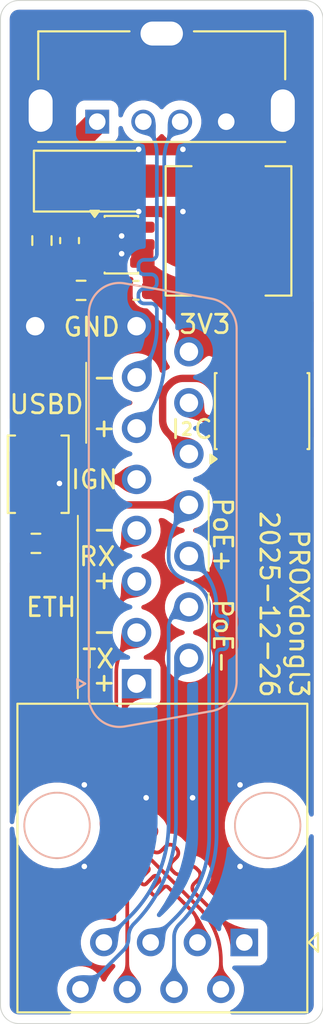
<source format=kicad_pcb>
(kicad_pcb
	(version 20241229)
	(generator "pcbnew")
	(generator_version "9.0")
	(general
		(thickness 1.6)
		(legacy_teardrops no)
	)
	(paper "A4")
	(layers
		(0 "F.Cu" signal)
		(2 "B.Cu" signal)
		(9 "F.Adhes" user "F.Adhesive")
		(11 "B.Adhes" user "B.Adhesive")
		(13 "F.Paste" user)
		(15 "B.Paste" user)
		(5 "F.SilkS" user "F.Silkscreen")
		(7 "B.SilkS" user "B.Silkscreen")
		(1 "F.Mask" user)
		(3 "B.Mask" user)
		(17 "Dwgs.User" user "User.Drawings")
		(19 "Cmts.User" user "User.Comments")
		(21 "Eco1.User" user "User.Eco1")
		(23 "Eco2.User" user "User.Eco2")
		(25 "Edge.Cuts" user)
		(27 "Margin" user)
		(31 "F.CrtYd" user "F.Courtyard")
		(29 "B.CrtYd" user "B.Courtyard")
		(35 "F.Fab" user)
		(33 "B.Fab" user)
		(39 "User.1" user)
		(41 "User.2" user)
		(43 "User.3" user)
		(45 "User.4" user)
	)
	(setup
		(pad_to_mask_clearance 0)
		(allow_soldermask_bridges_in_footprints no)
		(tenting front back)
		(pcbplotparams
			(layerselection 0x00000000_00000000_55555555_5755f5ff)
			(plot_on_all_layers_selection 0x00000000_00000000_00000000_00000000)
			(disableapertmacros no)
			(usegerberextensions yes)
			(usegerberattributes yes)
			(usegerberadvancedattributes yes)
			(creategerberjobfile yes)
			(dashed_line_dash_ratio 12.000000)
			(dashed_line_gap_ratio 3.000000)
			(svgprecision 4)
			(plotframeref no)
			(mode 1)
			(useauxorigin no)
			(hpglpennumber 1)
			(hpglpenspeed 20)
			(hpglpendiameter 15.000000)
			(pdf_front_fp_property_popups yes)
			(pdf_back_fp_property_popups yes)
			(pdf_metadata yes)
			(pdf_single_document no)
			(dxfpolygonmode yes)
			(dxfimperialunits yes)
			(dxfusepcbnewfont yes)
			(psnegative no)
			(psa4output no)
			(plot_black_and_white yes)
			(sketchpadsonfab no)
			(plotpadnumbers no)
			(hidednponfab no)
			(sketchdnponfab yes)
			(crossoutdnponfab yes)
			(subtractmaskfromsilk no)
			(outputformat 1)
			(mirror no)
			(drillshape 0)
			(scaleselection 1)
			(outputdirectory "out/")
		)
	)
	(net 0 "")
	(net 1 "/ETH_DC1+")
	(net 2 "/ETH_RX-")
	(net 3 "/ETH_TX+")
	(net 4 "/ETH_DC2+")
	(net 5 "/ETH_DC1-")
	(net 6 "/ETH_DC2-")
	(net 7 "/ETH_RX+")
	(net 8 "/ETH_TX-")
	(net 9 "/USB_D-")
	(net 10 "/USB_D+")
	(net 11 "+3V3")
	(net 12 "GND")
	(net 13 "+5V")
	(net 14 "Net-(D1-A)")
	(net 15 "Net-(U1-FB)")
	(net 16 "unconnected-(U1-NC-Pad6)")
	(net 17 "/I2C_SDA")
	(net 18 "/I2C_SCL")
	(net 19 "/IGNITION")
	(net 20 "Net-(SW1-A)")
	(footprint "Connector_USB:USB_A_Molex_105057_Vertical" (layer "F.Cu") (at 105.25 49.575))
	(footprint "Diode_SMD:D_SMA" (layer "F.Cu") (at 105.325 52.8))
	(footprint "Resistor_SMD:R_0603_1608Metric" (layer "F.Cu") (at 101.925 72.45 180))
	(footprint "Package_TO_SOT_SMD:SOT-23-6" (layer "F.Cu") (at 106.5625 56.25 90))
	(footprint "Button_Switch_SMD:SW_SPST_TS-1088-xR020" (layer "F.Cu") (at 102.05 68.7 90))
	(footprint "Capacitor_SMD:C_0603_1608Metric" (layer "F.Cu") (at 103.75 56.025 -90))
	(footprint "Package_SO:SOIC-8_3.9x4.9mm_P1.27mm" (layer "F.Cu") (at 114.195 65.275 90))
	(footprint "Inductor_SMD:L_APV_APH0630" (layer "F.Cu") (at 112.375 55.5 90))
	(footprint "Resistor_SMD:R_0603_1608Metric" (layer "F.Cu") (at 104.375 58.725))
	(footprint "Resistor_SMD:R_0603_1608Metric" (layer "F.Cu") (at 102.25 56.025 -90))
	(footprint "Capacitor_SMD:C_0603_1608Metric" (layer "F.Cu") (at 107.35 58.725 180))
	(footprint (layer "F.Cu") (at 101.885 60.67))
	(footprint "Connector_RJ:RJ45_OST_PJ012-8P8CX_Vertical" (layer "F.Cu") (at 113.23 94.1 180))
	(footprint "Connector_Dsub:DSUB-15_Socket_Vertical_P2.77x2.84mm" (layer "B.Cu") (at 107.385 80.06 -90))
	(gr_line
		(start 111.3 75.15)
		(end 111.3 79.45)
		(stroke
			(width 0.1)
			(type default)
		)
		(layer "F.SilkS")
		(uuid "7b7c1e79-eba0-4a39-8f93-4f79a106c7cf")
	)
	(gr_line
		(start 104.65 62.65)
		(end 104.65 67)
		(stroke
			(width 0.1)
			(type default)
		)
		(layer "F.SilkS")
		(uuid "962afc5d-95b0-4015-830d-d72aeae0a586")
	)
	(gr_line
		(start 111.3 69.6)
		(end 111.3 73.95)
		(stroke
			(width 0.1)
			(type default)
		)
		(layer "F.SilkS")
		(uuid "be0860b2-78ce-44c2-8985-ea6090560ae6")
	)
	(gr_line
		(start 104.2 70.95)
		(end 104.2 80.85)
		(stroke
			(width 0.1)
			(type default)
		)
		(layer "F.SilkS")
		(uuid "f8d659c8-ff70-4b99-a38d-781217489325")
	)
	(gr_line
		(start 100 97.5)
		(end 100 44)
		(stroke
			(width 0.05)
			(type default)
		)
		(layer "Edge.Cuts")
		(uuid "0db6ce03-0979-466c-8d70-b73e485d4a8f")
	)
	(gr_line
		(start 117.5 44)
		(end 117.5 97.5)
		(stroke
			(width 0.05)
			(type default)
		)
		(layer "Edge.Cuts")
		(uuid "10be46f5-97dc-400b-ad24-0b8b87306653")
	)
	(gr_line
		(start 101 43)
		(end 116.5 43)
		(stroke
			(width 0.05)
			(type default)
		)
		(layer "Edge.Cuts")
		(uuid "413b3a9e-9bd9-4831-9365-cd63dbd28d7f")
	)
	(gr_arc
		(start 116.5 43)
		(mid 117.207107 43.292893)
		(end 117.5 44)
		(stroke
			(width 0.05)
			(type default)
		)
		(layer "Edge.Cuts")
		(uuid "52b734ef-74dd-43b6-888f-18443ecf54e3")
	)
	(gr_arc
		(start 101 98.5)
		(mid 100.292893 98.207107)
		(end 100 97.5)
		(stroke
			(width 0.05)
			(type default)
		)
		(layer "Edge.Cuts")
		(uuid "6a17951b-3130-4b4a-9fe8-2b07478bf2be")
	)
	(gr_line
		(start 116.5 98.5)
		(end 101 98.5)
		(stroke
			(width 0.05)
			(type default)
		)
		(layer "Edge.Cuts")
		(uuid "79c46bbb-04e4-4a4a-967a-27117ae08049")
	)
	(gr_arc
		(start 117.5 97.5)
		(mid 117.207107 98.207107)
		(end 116.5 98.5)
		(stroke
			(width 0.05)
			(type default)
		)
		(layer "Edge.Cuts")
		(uuid "dbd91a20-56fa-46cf-ba01-69e810d4c7e5")
	)
	(gr_arc
		(start 100 44)
		(mid 100.292893 43.292893)
		(end 101 43)
		(stroke
			(width 0.05)
			(type default)
		)
		(layer "Edge.Cuts")
		(uuid "f40b6dc1-c075-4afe-b6bc-38632a8e4915")
	)
	(gr_text "ETH"
		(at 102.75 76.5 0)
		(layer "F.SilkS")
		(uuid "049bffc6-81b2-43bb-a40c-9da8e459d2e1")
		(effects
			(font
				(size 1 1)
				(thickness 0.15)
			)
			(justify bottom)
		)
	)
	(gr_text "+"
		(at 105.625 75 0)
		(layer "F.SilkS")
		(uuid "0b90a5b0-df5d-4501-b2f2-b67448d903bf")
		(effects
			(font
				(size 1 1)
				(thickness 0.15)
			)
			(justify bottom)
		)
	)
	(gr_text "TX"
		(at 105.3 79.3 0)
		(layer "F.SilkS")
		(uuid "1794d75d-514e-449d-9103-4763c94b122d")
		(effects
			(font
				(size 1 1)
				(thickness 0.15)
			)
			(justify bottom)
		)
	)
	(gr_text "I C"
		(at 111.6 66.85 0)
		(layer "F.SilkS")
		(uuid "1d64b92b-cd19-41eb-b4d7-c788d3008a2a")
		(effects
			(font
				(size 1 1)
				(thickness 0.15)
			)
			(justify right bottom)
		)
	)
	(gr_text "-"
		(at 105.625 77.8 0)
		(layer "F.SilkS")
		(uuid "1df42f9d-6b34-4d56-ac24-44dc5206c04f")
		(effects
			(font
				(size 1 1)
				(thickness 0.15)
			)
			(justify bottom)
		)
	)
	(gr_text "+"
		(at 105.625 80.55 0)
		(layer "F.SilkS")
		(uuid "26fe9f4a-06b7-4719-b1a4-70101fcfed63")
		(effects
			(font
				(size 1 1)
				(thickness 0.15)
			)
			(justify bottom)
		)
	)
	(gr_text "3V3"
		(at 111.1 61.15 0)
		(layer "F.SilkS")
		(uuid "3ee0d8b8-3e57-41fc-b8b9-064870c61fbb")
		(effects
			(font
				(size 1 1)
				(thickness 0.15)
			)
			(justify bottom)
		)
	)
	(gr_text "-"
		(at 105.625 72.25 0)
		(layer "F.SilkS")
		(uuid "3f3f6247-261b-47e9-ac0a-2d4d11d96d03")
		(effects
			(font
				(size 1 1)
				(thickness 0.15)
			)
			(justify bottom)
		)
	)
	(gr_text "PoE+"
		(at 111.475 72 270)
		(layer "F.SilkS")
		(uuid "4819db5c-a7f2-4d5a-892b-093ce72a6ae9")
		(effects
			(font
				(size 1 1)
				(thickness 0.15)
			)
			(justify bottom)
		)
	)
	(gr_text "PROXdongl3\n2025-12-26"
		(at 114 80.9 270)
		(layer "F.SilkS")
		(uuid "56a00f68-612a-4d4f-95f6-399a861de7d1")
		(effects
			(font
				(size 1 1)
				(thickness 0.15)
			)
			(justify right bottom)
		)
	)
	(gr_text "GND"
		(at 104.95 61.3 0)
		(layer "F.SilkS")
		(uuid "62408669-0d82-4b09-a3c6-e15998c50aa3")
		(effects
			(font
				(size 1 1)
				(thickness 0.15)
			)
			(justify bottom)
		)
	)
	(gr_text "-"
		(at 105.625 64 0)
		(layer "F.SilkS")
		(uuid "7860e24c-92e6-4578-bef4-82b88fcc73bf")
		(effects
			(font
				(size 1 1)
				(thickness 0.15)
			)
			(justify bottom)
		)
	)
	(gr_text "RX"
		(at 105.25 73.75 0)
		(layer "F.SilkS")
		(uuid "94adfeb0-c9ad-4a6b-98c9-e985685955c1")
		(effects
			(font
				(size 1 1)
				(thickness 0.15)
			)
			(justify bottom)
		)
	)
	(gr_text "² "
		(at 111.35 67.3 0)
		(layer "F.SilkS")
		(uuid "afdcc192-595b-4445-b6dd-101c9dc96190")
		(effects
			(font
				(size 1 1)
				(thickness 0.15)
			)
			(justify right bottom)
		)
	)
	(gr_text "IGN"
		(at 105.1 69.575 0)
		(layer "F.SilkS")
		(uuid "c8d87bec-a391-4205-b845-6b930131ddf5")
		(effects
			(font
				(size 1 1)
				(thickness 0.15)
			)
			(justify bottom)
		)
	)
	(gr_text "USBD"
		(at 102.5 65.5 0)
		(layer "F.SilkS")
		(uuid "d627d361-55c1-4fb3-8c05-87f33695c61d")
		(effects
			(font
				(size 1 1)
				(thickness 0.15)
			)
			(justify bottom)
		)
	)
	(gr_text "PoE-"
		(at 111.475 77.5 270)
		(layer "F.SilkS")
		(uuid "df6d8cb3-b30e-4703-b7c0-d3a2843d2850")
		(effects
			(font
				(size 1 1)
				(thickness 0.15)
			)
			(justify bottom)
		)
	)
	(gr_text "+"
		(at 105.625 66.75 0)
		(layer "F.SilkS")
		(uuid "ec000367-5a59-4131-9be4-cd9c849520c3")
		(effects
			(font
				(size 1 1)
				(thickness 0.15)
			)
			(justify bottom)
		)
	)
	(segment
		(start 109.42 93.811314)
		(end 109.42 96.64)
		(width 0.2)
		(layer "B.Cu")
		(net 1)
		(uuid "1b3a16c5-83c5-4082-963a-24f4bce5b034")
	)
	(segment
		(start 111.727 78.438473)
		(end 111.727 78.558473)
		(width 0.2)
		(layer "B.Cu")
		(net 1)
		(uuid "297592fe-a272-44fc-9e77-42cb25950c25")
	)
	(segment
		(start 112.307 77.838473)
		(end 112.307 77.958473)
		(width 0.2)
		(layer "B.Cu")
		(net 1)
		(uuid "3605a777-fcb1-4949-9d2b-4fed50311136")
	)
	(segment
		(start 110.225 73.135)
		(end 110.837673 73.747673)
		(width 0.2)
		(layer "B.Cu")
		(net 1)
		(uuid "42abc40d-b88e-4359-b3e2-d2fd62bc3daf")
	)
	(segment
		(start 111.967 76.398473)
		(end 112.067 76.398473)
		(width 0.2)
		(layer "B.Cu")
		(net 1)
		(uuid "4b6e64f8-ddf2-4ad7-88b5-f979a45e1a53")
	)
	(segment
		(start 111.727 78.611757)
		(end 111.727 79.948824)
		(width 0.2)
		(layer "B.Cu")
		(net 1)
		(uuid "58c9926b-6326-42e7-9dc0-12c851049de2")
	)
	(segment
		(start 111.727 78.558473)
		(end 111.727 78.611757)
		(width 0.2)
		(layer "B.Cu")
		(net 1)
		(uuid "83f4b8a8-9871-4188-8e2f-293062ac7c8a")
	)
	(segment
		(start 112.307 76.638473)
		(end 112.307 76.758473)
		(width 0.2)
		(layer "B.Cu")
		(net 1)
		(uuid "989da18c-164e-4312-b765-d0763e0d36c9")
	)
	(segment
		(start 112.067 76.998473)
		(end 111.967 76.998473)
		(width 0.2)
		(layer "B.Cu")
		(net 1)
		(uuid "aba83d00-45b9-415e-8971-df563c611b99")
	)
	(segment
		(start 111.727 79.948824)
		(end 111.727 88.241834)
		(width 0.2)
		(layer "B.Cu")
		(net 1)
		(uuid "b4f4a6aa-0c07-400b-8acd-30687c0c6f72")
	)
	(segment
		(start 112.067 78.198473)
		(end 111.967 78.198473)
		(width 0.2)
		(layer "B.Cu")
		(net 1)
		(uuid "c29c28f6-4ec4-47de-af13-a0590522dd89")
	)
	(segment
		(start 111.727005 75.894771)
		(end 111.727 76.158473)
		(width 0.2)
		(layer "B.Cu")
		(net 1)
		(uuid "cca05b71-5b5f-4256-ab52-cb01e3d64242")
	)
	(segment
		(start 111.727 77.238473)
		(end 111.727 77.358473)
		(width 0.2)
		(layer "B.Cu")
		(net 1)
		(uuid "e8f35f1c-5947-4153-b041-9d5f8b5d5ced")
	)
	(segment
		(start 111.967 77.598473)
		(end 112.067 77.598473)
		(width 0.2)
		(layer "B.Cu")
		(net 1)
		(uuid "eca8d92f-de7c-4ff4-8620-6832795d65d8")
	)
	(arc
		(start 111.727 88.241834)
		(mid 111.203571 90.873289)
		(end 109.712893 93.104207)
		(width 0.2)
		(layer "B.Cu")
		(net 1)
		(uuid "3d729d30-f11a-449e-8f5f-d25a15500890")
	)
	(arc
		(start 111.727 77.358473)
		(mid 111.797294 77.528179)
		(end 111.967 77.598473)
		(width 0.2)
		(layer "B.Cu")
		(net 1)
		(uuid "4889e938-fd7e-45f7-a438-fd58a02665ad")
	)
	(arc
		(start 111.967 76.998473)
		(mid 111.797294 77.068767)
		(end 111.727 77.238473)
		(width 0.2)
		(layer "B.Cu")
		(net 1)
		(uuid "840bed66-a729-458a-bb79-41114e5b1fc5")
	)
	(arc
		(start 112.307 77.958473)
		(mid 112.236706 78.128179)
		(end 112.067 78.198473)
		(width 0.2)
		(layer "B.Cu")
		(net 1)
		(uuid "88017b7f-2ce8-4096-b5fa-7d43e157a07b")
	)
	(arc
		(start 112.307 76.758473)
		(mid 112.236706 76.928179)
		(end 112.067 76.998473)
		(width 0.2)
		(layer "B.Cu")
		(net 1)
		(uuid "9785c371-2f24-469e-8504-4a7247b09219")
	)
	(arc
		(start 111.727 76.158473)
		(mid 111.797294 76.328179)
		(end 111.967 76.398473)
		(width 0.2)
		(layer "B.Cu")
		(net 1)
		(uuid "a609964b-d264-4d9f-b12b-08cc4a699a63")
	)
	(arc
		(start 112.067 76.398473)
		(mid 112.236706 76.468767)
		(end 112.307 76.638473)
		(width 0.2)
		(layer "B.Cu")
		(net 1)
		(uuid "ac1d85bb-f59a-4dfc-941c-ef6392377f83")
	)
	(arc
		(start 109.712893 93.104207)
		(mid 109.49612 93.428631)
		(end 109.42 93.811314)
		(width 0.2)
		(layer "B.Cu")
		(net 1)
		(uuid "d6ee7632-5b2a-4cfb-b595-83b645ff3a0f")
	)
	(arc
		(start 110.837673 73.747673)
		(mid 111.495887 74.73277)
		(end 111.727005 75.894771)
		(width 0.2)
		(layer "B.Cu")
		(net 1)
		(uuid "d77a85b3-60db-4da9-b72d-3bba58386af8")
	)
	(arc
		(start 112.067 77.598473)
		(mid 112.236706 77.668767)
		(end 112.307 77.838473)
		(width 0.2)
		(layer "B.Cu")
		(net 1)
		(uuid "db339cf9-2624-410e-9cdf-a3c53cbe6b3f")
	)
	(arc
		(start 111.967 78.198473)
		(mid 111.797294 78.268767)
		(end 111.727 78.438473)
		(width 0.2)
		(layer "B.Cu")
		(net 1)
		(uuid "e60421ae-9944-4ba1-b5d8-dc864b2c1861")
	)
	(segment
		(start 106.88 96.64)
		(end 106.88 91.014127)
		(width 0.2)
		(layer "F.Cu")
		(net 2)
		(uuid "35e5ba2f-7fd0-48ff-93b1-eae833a0d61e")
	)
	(segment
		(start 105.482 87.639086)
		(end 105.482 76.344198)
		(width 0.2)
		(layer "F.Cu")
		(net 2)
		(uuid "60b35e78-4833-4263-92c3-97eb2a95da3d")
	)
	(arc
		(start 105.774893 88.346193)
		(mid 106.592798 89.570264)
		(end 106.88 91.014127)
		(width 0.2)
		(layer "F.Cu")
		(net 2)
		(uuid "19e1288e-cd7a-4cfe-953d-6947053902e2")
	)
	(arc
		(start 107.385 71.75)
		(mid 105.976563 73.857856)
		(end 105.482 76.344198)
		(width 0.2)
		(layer "F.Cu")
		(net 2)
		(uuid "9c5fc30d-d7ed-4b8a-bacb-26097bee2dee")
	)
	(arc
		(start 105.774893 88.346193)
		(mid 105.55812 88.02177)
		(end 105.482 87.639086)
		(width 0.2)
		(layer "F.Cu")
		(net 2)
		(uuid "d51b8968-c8e4-42c4-9a1a-bfffcced0d88")
	)
	(segment
		(start 106.685 80.76)
		(end 106.685 87.140786)
		(width 0.2)
		(layer "F.Cu")
		(net 3)
		(uuid "213cc9bc-96a1-4c17-8f5c-ccd93a116c65")
	)
	(segment
		(start 108.728115 89.12294)
		(end 108.960045 88.891007)
		(width 0.2)
		(layer "F.Cu")
		(net 3)
		(uuid "24ac8024-d204-4326-b00b-005f6abc51fc")
	)
	(segment
		(start 110.62316 90.078947)
		(end 110.741953 90.19774)
		(width 0.2)
		(layer "F.Cu")
		(net 3)
		(uuid "33be4c92-56f3-41eb-816b-15f32d9d77e2")
	)
	(segment
		(start 107.385 80.06)
		(end 106.685 80.76)
		(width 0.2)
		(layer "F.Cu")
		(net 3)
		(uuid "34c1f55e-d59e-4312-a4ac-b692196311fb")
	)
	(segment
		(start 110.741953 90.672916)
		(end 110.51002 90.904846)
		(width 0.2)
		(layer "F.Cu")
		(net 3)
		(uuid "5422b261-37a7-4aa3-8ee2-9fe0f509da50")
	)
	(segment
		(start 107.385 80.06)
		(end 106.977893 80.467107)
		(width 0.2)
		(layer "F.Cu")
		(net 3)
		(uuid "6c1f7510-deab-4342-9ffa-c055c23b178e")
	)
	(segment
		(start 107.540176 87.935001)
		(end 107.772106 87.703068)
		(width 0.2)
		(layer "F.Cu")
		(net 3)
		(uuid "84b38016-7cc8-4fa3-8b7d-a5b057c522ba")
	)
	(segment
		(start 109.554014 89.484977)
		(end 109.322081 89.716907)
		(width 0.2)
		(layer "F.Cu")
		(net 3)
		(uuid "9ac48fe6-f7b1-44c0-98a7-4e04da66844b")
	)
	(segment
		(start 109.916054 90.310879)
		(end 110.147984 90.078946)
		(width 0.2)
		(layer "F.Cu")
		(net 3)
		(uuid "a2574c8e-f60c-47dc-ba1e-fdeaf4826972")
	)
	(segment
		(start 110.628817 91.498817)
		(end 111.065 91.935)
		(width 0.2)
		(layer "F.Cu")
		(net 3)
		(uuid "ab11df4e-0c3b-49e5-b3ae-859f74f2b246")
	)
	(segment
		(start 109.435221 88.891008)
		(end 109.554014 89.009801)
		(width 0.2)
		(layer "F.Cu")
		(net 3)
		(uuid "b6312bb9-ecae-4f9e-96e4-326e5c0f01a1")
	)
	(segment
		(start 109.322082 90.192083)
		(end 109.440878 90.310878)
		(width 0.2)
		(layer "F.Cu")
		(net 3)
		(uuid "b73de118-aa28-480d-b46e-9d60e59735a8")
	)
	(segment
		(start 108.366075 88.297038)
		(end 108.134142 88.528968)
		(width 0.2)
		(layer "F.Cu")
		(net 3)
		(uuid "bca99180-b19e-4329-afac-060f59b785f4")
	)
	(segment
		(start 111.065 91.935)
		(end 113.23 94.1)
		(width 0.2)
		(layer "F.Cu")
		(net 3)
		(uuid "d2aaabad-c98a-45ae-96f4-1a8bd2222fa4")
	)
	(segment
		(start 108.247282 87.703069)
		(end 108.366075 87.821862)
		(width 0.2)
		(layer "F.Cu")
		(net 3)
		(uuid "dfb03752-e664-48a2-9d08-a7133c0f8063")
	)
	(segment
		(start 110.510021 91.380022)
		(end 110.628817 91.498817)
		(width 0.2)
		(layer "F.Cu")
		(net 3)
		(uuid "e06b253f-14fb-4dc8-9851-561d427c4427")
	)
	(segment
		(start 106.977893 87.847893)
		(end 107.065 87.935)
		(width 0.2)
		(layer "F.Cu")
		(net 3)
		(uuid "e20394a6-36ba-478e-8529-2641863adfaf")
	)
	(segment
		(start 108.134143 89.004144)
		(end 108.252939 89.122939)
		(width 0.2)
		(layer "F.Cu")
		(net 3)
		(uuid "e7e0aa8a-e407-46af-a998-0e98ace99086")
	)
	(arc
		(start 108.134142 88.528968)
		(mid 108.035731 88.766556)
		(end 108.134143 89.004144)
		(width 0.2)
		(layer "F.Cu")
		(net 3)
		(uuid "233b63ef-0432-464d-be60-e0fff5d13ac2")
	)
	(arc
		(start 110.51002 90.904846)
		(mid 110.411609 91.142434)
		(end 110.510021 91.380022)
		(width 0.2)
		(layer "F.Cu")
		(net 3)
		(uuid "3f33e3bc-9f81-4a07-86d5-c2781531a87b")
	)
	(arc
		(start 109.440878 90.310878)
		(mid 109.678467 90.40929)
		(end 109.916054 90.310879)
		(width 0.2)
		(layer "F.Cu")
		(net 3)
		(uuid "443a3d4a-6585-4196-a40e-7041425c4eac")
	)
	(arc
		(start 110.147984 90.078946)
		(mid 110.385572 89.980535)
		(end 110.62316 90.078947)
		(width 0.2)
		(layer "F.Cu")
		(net 3)
		(uuid "450e2d8f-0dd2-42b4-8f9f-39d4c2ccd201")
	)
	(arc
		(start 110.741953 90.19774)
		(mid 110.840365 90.435328)
		(end 110.741953 90.672916)
		(width 0.2)
		(layer "F.Cu")
		(net 3)
		(uuid "4e2764a4-0acf-4e47-855b-0e09e4b064ac")
	)
	(arc
		(start 107.065 87.935)
		(mid 107.302589 88.033412)
		(end 107.540176 87.935001)
		(width 0.2)
		(layer "F.Cu")
		(net 3)
		(uuid "617fa0de-ebb0-436c-8263-15595d60ef9c")
	)
	(arc
		(start 108.366075 87.821862)
		(mid 108.464487 88.05945)
		(end 108.366075 88.297038)
		(width 0.2)
		(layer "F.Cu")
		(net 3)
		(uuid "75f31041-05b3-4f77-bf21-c5469b3b3203")
	)
	(arc
		(start 108.252939 89.122939)
		(mid 108.490528 89.221351)
		(end 108.728115 89.12294)
		(width 0.2)
		(layer "F.Cu")
		(net 3)
		(uuid "8f790694-a398-4b1e-bb57-b582fb2543be")
	)
	(arc
		(start 107.772106 87.703068)
		(mid 108.009694 87.604657)
		(end 108.247282 87.703069)
		(width 0.2)
		(layer "F.Cu")
		(net 3)
		(uuid "a951adfe-5ee2-47da-a8db-acf76f9336c4")
	)
	(arc
		(start 109.554014 89.009801)
		(mid 109.652426 89.247389)
		(end 109.554014 89.484977)
		(width 0.2)
		(layer "F.Cu")
		(net 3)
		(uuid "cac28868-16bc-44b8-8510-56e0c858b8a5")
	)
	(arc
		(start 106.685 87.140786)
		(mid 106.76112 87.52347)
		(end 106.977893 87.847893)
		(width 0.2)
		(layer "F.Cu")
		(net 3)
		(uuid "d50a074b-b3dd-4558-8c40-85b226028dcd")
	)
	(arc
		(start 109.322081 89.716907)
		(mid 109.22367 89.954495)
		(end 109.322082 90.192083)
		(width 0.2)
		(layer "F.Cu")
		(net 3)
		(uuid "dc2f670d-15ea-4477-9882-6c8a74a5d2f3")
	)
	(arc
		(start 108.960045 88.891007)
		(mid 109.197633 88.792596)
		(end 109.435221 88.891008)
		(width 0.2)
		(layer "F.Cu")
		(net 3)
		(uuid "e16beaad-139b-4905-8a28-40e8a90511db")
	)
	(segment
		(start 105.249214 70.365)
		(end 110.225 70.365)
		(width 0.4)
		(layer "F.Cu")
		(net 4)
		(uuid "28ffc81f-a65d-4b44-9612-79f8d15c4d07")
	)
	(segment
		(start 102.75 72.45)
		(end 104.542107 70.657893)
		(width 0.4)
		(layer "F.Cu")
		(net 4)
		(uuid "886713da-d5c7-4610-b7a1-e844412d6ec7")
	)
	(arc
		(start 105.249214 70.365)
		(mid 104.866531 70.44112)
		(end 104.542107 70.657893)
		(width 0.4)
		(layer "F.Cu")
		(net 4)
		(uuid "3401c0a7-82c0-402d-a12a-13ee7408dfc4")
	)
	(segment
		(start 111.326 75.937102)
		(end 111.326 88.341275)
		(width 0.2)
		(layer "B.Cu")
		(net 4)
		(uuid "2e521ab4-1c9c-4f82-8744-e8f74b45f502")
	)
	(segment
		(start 109.4997 92.750316)
		(end 108.15 94.1)
		(width 0.2)
		(layer "B.Cu")
		(net 4)
		(uuid "50323dfe-b2cd-4ed8-8839-87d366f75576")
	)
	(segment
		(start 109.123999 73.094481)
		(end 109.123997 73.24715)
		(width 0.2)
		(layer "B.Cu")
		(net 4)
		(uuid "573d0532-267c-4c64-81f2-82efa49f1e11")
	)
	(segment
		(start 109.124 73.050762)
		(end 109.123999 73.094481)
		(width 0.2)
		(layer "B.Cu")
		(net 4)
		(uuid "83aac324-fece-4496-8203-5c602cf4d72f")
	)
	(segment
		(start 109.124 73.022931)
		(end 109.124 73.050762)
		(width 0.2)
		(layer "B.Cu")
		(net 4)
		(uuid "b55e6cf2-afd1-4de7-8e61-c1b98395f5a3")
	)
	(segment
		(start 109.80946 74.311291)
		(end 110.472761 74.612516)
		(width 0.2)
		(layer "B.Cu")
		(net 4)
		(uuid "e3ce3b94-346f-4702-a787-4bad6a18c179")
	)
	(arc
		(start 109.123997 73.24715)
		(mid 109.310191 73.880054)
		(end 109.80946 74.311291)
		(width 0.2)
		(layer "B.Cu")
		(net 4)
		(uuid "29764fa2-a997-4704-9206-466832b26de4")
	)
	(arc
		(start 110.225 70.365)
		(mid 109.410133 71.584481)
		(end 109.124 73.022931)
		(width 0.2)
		(layer "B.Cu")
		(net 4)
		(uuid "524331c2-a955-4a25-93ad-45d61e2ba38d")
	)
	(arc
		(start 111.326 88.341275)
		(mid 110.85136 90.727434)
		(end 109.4997 92.750316)
		(width 0.2)
		(layer "B.Cu")
		(net 4)
		(uuid "95ff44f7-af53-4de6-a56f-ea9300a9a3de")
	)
	(arc
		(start 111.326 75.937102)
		(mid 111.094227 75.149297)
		(end 110.472761 74.612516)
		(width 0.2)
		(layer "B.Cu")
		(net 4)
		(uuid "e8685c65-5f2e-4be2-a160-a7a6580df01f")
	)
	(segment
		(start 109.416893 76.333107)
		(end 109.845 75.905)
		(width 0.2)
		(layer "B.Cu")
		(net 5)
		(uuid "19de6717-dd66-4f55-9b1f-ed5f070abbb0")
	)
	(segment
		(start 109.124 87.641773)
		(end 109.124 77.040214)
		(width 0.2)
		(layer "B.Cu")
		(net 5)
		(uuid "7ef2c0a7-1daf-4709-ba47-40c201c5c4ee")
	)
	(segment
		(start 109.845 75.905)
		(end 110.225 75.905)
		(width 0.2)
		(layer "B.Cu")
		(net 5)
		(uuid "7ff693eb-e5e6-4b1c-9b05-4bb976a10db3")
	)
	(segment
		(start 105.61 94.1)
		(end 107.042033 92.668001)
		(width 0.2)
		(layer "B.Cu")
		(net 5)
		(uuid "947dcb75-2a58-4d01-91e3-4a251669c49b")
	)
	(segment
		(start 105.61 94.1)
		(end 105.5 93.99)
		(width 0.2)
		(layer "B.Cu")
		(net 5)
		(uuid "ee570994-3e94-4237-bd5c-cfcc1aedb572")
	)
	(arc
		(start 107.042033 92.668001)
		(mid 108.582913 90.361955)
		(end 109.124 87.641773)
		(width 0.2)
		(layer "B.Cu")
		(net 5)
		(uuid "9367f155-3e0b-4ef1-95e0-d75e8f9bf54c")
	)
	(arc
		(start 109.416893 76.333107)
		(mid 109.20012 76.65753)
		(end 109.124 77.040214)
		(width 0.2)
		(layer "B.Cu")
		(net 5)
		(uuid "ac278524-a01d-4232-8144-d0e3b99e6d94")
	)
	(segment
		(start 106.953893 93.828232)
		(end 106.953893 93.785982)
		(width 0.2)
		(layer "B.Cu")
		(net 6)
		(uuid "6010f089-3123-43db-a364-fbc262c45f34")
	)
	(segment
		(start 109.525 87.578835)
		(end 109.525 79.789214)
		(width 0.2)
		(layer "B.Cu")
		(net 6)
		(uuid "7e9e76bf-d0c5-4b76-b851-d7129937c28e")
	)
	(segment
		(start 104.556339 96.64)
		(end 106.661 94.535339)
		(width 0.2)
		(layer "B.Cu")
		(net 6)
		(uuid "95ee3c68-50d0-449d-b1c1-bdd40f4b71cc")
	)
	(segment
		(start 104.34 96.64)
		(end 104.556339 96.64)
		(width 0.2)
		(layer "B.Cu")
		(net 6)
		(uuid "b41c45bb-3840-4329-873b-0826724ca19c")
	)
	(segment
		(start 109.817893 79.082107)
		(end 110.225 78.675)
		(width 0.2)
		(layer "B.Cu")
		(net 6)
		(uuid "ee68e164-ca41-4506-92ea-0620134d969e")
	)
	(arc
		(start 109.525 79.789214)
		(mid 109.60112 79.406531)
		(end 109.817893 79.082107)
		(width 0.2)
		(layer "B.Cu")
		(net 6)
		(uuid "601c0325-34fd-4107-8982-98e1646ff6bb")
	)
	(arc
		(start 106.953893 93.785982)
		(mid 107.030013 93.403299)
		(end 107.246786 93.078875)
		(width 0.2)
		(layer "B.Cu")
		(net 6)
		(uuid "6cbdcb56-97f5-4eb9-bec7-9c4b1ad8ab0a")
	)
	(arc
		(start 106.661 94.535339)
		(mid 106.877773 94.210916)
		(end 106.953893 93.828232)
		(width 0.2)
		(layer "B.Cu")
		(net 6)
		(uuid "cdf8a814-f6e8-4848-b587-18abdfccfa59")
	)
	(arc
		(start 107.246786 93.078875)
		(mid 108.932921 90.555415)
		(end 109.525 87.578835)
		(width 0.2)
		(layer "B.Cu")
		(net 6)
		(uuid "eb7a141a-7c25-4cc6-b7e6-d884c399ce57")
	)
	(segment
		(start 109.162381 91.166581)
		(end 109.3279 91.3321)
		(width 0.2)
		(layer "F.Cu")
		(net 7)
		(uuid "15b411c7-ffbd-4ead-bf58-f9f9c6b35cb2")
	)
	(segment
		(start 109.104397 91.108597)
		(end 109.162381 91.166581)
		(width 0.2)
		(layer "F.Cu")
		(net 7)
		(uuid "2762318f-2d42-4a0d-9577-aa34abcf0d1c")
	)
	(segment
		(start 108.002727 90.238858)
		(end 107.619475 90.622109)
		(width 0.2)
		(layer "F.Cu")
		(net 7)
		(uuid "287071ee-1ee2-499c-a9ce-f8ecf42d3b0b")
	)
	(segment
		(start 107.4229 89.659031)
		(end 107.216424 89.865506)
		(width 0.2)
		(layer "F.Cu")
		(net 7)
		(uuid "29a7ed2f-8e4f-4cb7-82c9-1b82aa07d29c")
	)
	(segment
		(start 108.199302 91.433867)
		(end 108.257284 91.491849)
		(width 0.2)
		(layer "F.Cu")
		(net 7)
		(uuid "2bc0a353-443d-4045-92f7-8008b44d6876")
	)
	(segment
		(start 107.216424 90.097437)
		(end 107.274406 90.155419)
		(width 0.2)
		(layer "F.Cu")
		(net 7)
		(uuid "3bd8a843-541f-49a2-80ce-54e5adec7582")
	)
	(segment
		(start 109.3279 91.3321)
		(end 110.281037 92.285237)
		(width 0.2)
		(layer "F.Cu")
		(net 7)
		(uuid "3ff0c178-d559-4453-b347-324ac0c71169")
	)
	(segment
		(start 110.281037 92.285237)
		(end 110.397107 92.401307)
		(width 0.2)
		(layer "F.Cu")
		(net 7)
		(uuid "870a4c3e-3467-4d7d-899e-2fa5d5e145dc")
	)
	(segment
		(start 107.944743 89.948943)
		(end 108.002727 90.006927)
		(width 0.2)
		(layer "F.Cu")
		(net 7)
		(uuid "9c62ffd7-2d59-4831-8a10-0b34bb66b7f3")
	)
	(segment
		(start 107.506337 90.155419)
		(end 107.712812 89.948943)
		(width 0.2)
		(layer "F.Cu")
		(net 7)
		(uuid "a5c6f3b1-9b78-483d-a59a-da4a82b89d2b")
	)
	(segment
		(start 107.909388 90.912022)
		(end 108.292639 90.52877)
		(width 0.2)
		(layer "F.Cu")
		(net 7)
		(uuid "a8239e8f-f4ad-4bcd-a685-40b24630076d")
	)
	(segment
		(start 108.582554 90.818685)
		(end 108.199302 91.201936)
		(width 0.2)
		(layer "F.Cu")
		(net 7)
		(uuid "ae2a428f-6241-4267-938d-dc7b1785dbab")
	)
	(segment
		(start 107.619475 90.85404)
		(end 107.677457 90.912022)
		(width 0.2)
		(layer "F.Cu")
		(net 7)
		(uuid "bd542de6-00d6-4569-a8a8-7b814e5434c0")
	)
	(segment
		(start 105.883 78.146129)
		(end 105.883 87.472986)
		(width 0.2)
		(layer "F.Cu")
		(net 7)
		(uuid "bdcc6913-de0c-47e8-80af-b18b6df31a33")
	)
	(segment
		(start 108.52457 90.52877)
		(end 108.582554 90.586754)
		(width 0.2)
		(layer "F.Cu")
		(net 7)
		(uuid "cbb60cd9-50b4-4299-b5a3-262396cc7801")
	)
	(segment
		(start 106.175893 88.180093)
		(end 107.4229 89.4271)
		(width 0.2)
		(layer "F.Cu")
		(net 7)
		(uuid "dc2eb85c-2011-497b-9c1a-e9375e89c281")
	)
	(segment
		(start 108.489215 91.491849)
		(end 108.872466 91.108597)
		(width 0.2)
		(layer "F.Cu")
		(net 7)
		(uuid "f106b01f-947e-4b6d-b921-7b6d67ddc96c")
	)
	(segment
		(start 110.69 93.108414)
		(end 110.69 94.1)
		(width 0.2)
		(layer "F.Cu")
		(net 7)
		(uuid "fadf9c9d-be21-45c6-bd28-ba31471b182e")
	)
	(arc
		(start 107.677457 90.912022)
		(mid 107.793423 90.960056)
		(end 107.909388 90.912022)
		(width 0.2)
		(layer "F.Cu")
		(net 7)
		(uuid "0044d40f-1336-4018-897f-f767c31ef9ee")
	)
	(arc
		(start 110.397107 92.401307)
		(mid 110.61388 92.725731)
		(end 110.69 93.108414)
		(width 0.2)
		(layer "F.Cu")
		(net 7)
		(uuid "08a9e97a-790d-4c1c-9c02-8911175f24f6")
	)
	(arc
		(start 105.883 87.472986)
		(mid 105.95912 87.855669)
		(end 106.175893 88.180093)
		(width 0.2)
		(layer "F.Cu")
		(net 7)
		(uuid "132eb2b6-7af8-45e0-ad5e-0a1ba96503ff")
	)
	(arc
		(start 108.199302 91.201936)
		(mid 108.151268 91.317901)
		(end 108.199302 91.433867)
		(width 0.2)
		(layer "F.Cu")
		(net 7)
		(uuid "2908833b-4ba6-4279-91a0-8e3768d41ad8")
	)
	(arc
		(start 107.4229 89.4271)
		(mid 107.470934 89.543066)
		(end 107.4229 89.659031)
		(width 0.2)
		(layer "F.Cu")
		(net 7)
		(uuid "3d1a5c3b-9c1c-4ff9-b509-0cd7ba345534")
	)
	(arc
		(start 108.002727 90.006927)
		(mid 108.050761 90.122893)
		(end 108.002727 90.238858)
		(width 0.2)
		(layer "F.Cu")
		(net 7)
		(uuid "43d0c6e6-db7b-45ce-b80a-75e47fc99d11")
	)
	(arc
		(start 107.619475 90.622109)
		(mid 107.571441 90.738074)
		(end 107.619475 90.85404)
		(width 0.2)
		(layer "F.Cu")
		(net 7)
		(uuid "450ede13-fc08-433a-a879-90ba3cb3c275")
	)
	(arc
		(start 107.712812 89.948943)
		(mid 107.828777 89.900909)
		(end 107.944743 89.948943)
		(width 0.2)
		(layer "F.Cu")
		(net 7)
		(uuid "559183c8-82a1-498e-9f0c-0c279546951a")
	)
	(arc
		(start 108.292639 90.52877)
		(mid 108.408604 90.480736)
		(end 108.52457 90.52877)
		(width 0.2)
		(layer "F.Cu")
		(net 7)
		(uuid "6c24ef7f-7479-488d-81ee-eaa183b09299")
	)
	(arc
		(start 108.582554 90.586754)
		(mid 108.630588 90.70272)
		(end 108.582554 90.818685)
		(width 0.2)
		(layer "F.Cu")
		(net 7)
		(uuid "a09cebd6-3518-47f7-8983-a19fb2e66433")
	)
	(arc
		(start 107.274406 90.155419)
		(mid 107.390372 90.203453)
		(end 107.506337 90.155419)
		(width 0.2)
		(layer "F.Cu")
		(net 7)
		(uuid "a2dcb139-68dc-48c9-8390-fa2135db1e40")
	)
	(arc
		(start 107.216424 89.865506)
		(mid 107.16839 89.981471)
		(end 107.216424 90.097437)
		(width 0.2)
		(layer "F.Cu")
		(net 7)
		(uuid "ad7c87b6-7075-4132-a3b8-14a1b031aa08")
	)
	(arc
		(start 107.385 74.52)
		(mid 106.273353 76.18369)
		(end 105.883 78.146129)
		(width 0.2)
		(layer "F.Cu")
		(net 7)
		(uuid "b7972300-392c-4a71-beb6-4c9b3c4b1973")
	)
	(arc
		(start 108.872466 91.108597)
		(mid 108.988431 91.060563)
		(end 109.104397 91.108597)
		(width 0.2)
		(layer "F.Cu")
		(net 7)
		(uuid "ea0192bc-0949-40f4-aa03-732e56c585c8")
	)
	(arc
		(start 108.257284 91.491849)
		(mid 108.37325 91.539883)
		(end 108.489215 91.491849)
		(width 0.2)
		(layer "F.Cu")
		(net 7)
		(uuid "ffa78e4a-9ea6-435a-ba81-a0d93d71d9c7")
	)
	(segment
		(start 111.96 96.64)
		(end 111.96 95.064265)
		(width 0.2)
		(layer "F.Cu")
		(net 8)
		(uuid "1e072b2f-a021-4d03-b679-d9ccb33c45ac")
	)
	(segment
		(start 110.781137 92.218237)
		(end 106.576893 88.013993)
		(width 0.2)
		(layer "F.Cu")
		(net 8)
		(uuid "2ced86cf-7653-41f5-805b-b58d44cbf522")
	)
	(segment
		(start 107.037789 77.637211)
		(end 107.385 77.29)
		(width 0.2)
		(layer "F.Cu")
		(net 8)
		(uuid "54d048d0-6021-4565-a7d5-639d167c4ae7")
	)
	(segment
		(start 106.284 87.306886)
		(end 106.284 79.457019)
		(width 0.2)
		(layer "F.Cu")
		(net 8)
		(uuid "712ae5f0-9554-4cfe-b6b0-42cb67fcdea8")
	)
	(arc
		(start 106.576893 88.013993)
		(mid 106.36012 87.68957)
		(end 106.284 87.306886)
		(width 0.2)
		(layer "F.Cu")
		(net 8)
		(uuid "0907e4d0-264d-4934-9588-116a623b2293")
	)
	(arc
		(start 107.037789 77.637211)
		(mid 106.479903 78.472146)
		(end 106.284 79.457019)
		(width 0.2)
		(layer "F.Cu")
		(net 8)
		(uuid "6fbe9976-3140-4f1f-b030-d3810ef537c8")
	)
	(arc
		(start 111.96 95.064265)
		(mid 111.653623 93.524006)
		(end 110.781137 92.218237)
		(width 0.2)
		(layer "F.Cu")
		(net 8)
		(uuid "c8e3aab4-fd21-4b27-8658-33ac568c0160")
	)
	(segment
		(start 108.486 51.351842)
		(end 108.486 51.796628)
		(width 0.2)
		(layer "B.Cu")
		(net 9)
		(uuid "022229e0-ef6b-4471-a7ff-86bdbebb8f62")
	)
	(segment
		(start 108.486 51.796628)
		(end 108.486 56.752191)
		(width 0.2)
		(layer "B.Cu")
		(net 9)
		(uuid "05cceade-a274-414f-8bf2-59eb1124b987")
	)
	(segment
		(start 108.486 60.741494)
		(end 108.486 60.781945)
		(width 0.2)
		(layer "B.Cu")
		(net 9)
		(uuid "10557358-4856-4ab5-ae04-97387702dcab")
	)
	(segment
		(start 108.486 60.451494)
		(end 108.486 60.741494)
		(width 0.2)
		(layer "B.Cu")
		(net 9)
		(uuid "14a6e22d-c347-4fc1-8b3e-f53f9be841cf")
	)
	(segment
		(start 107.802 59.438191)
		(end 108.17 59.438191)
		(width 0.2)
		(layer "B.Cu")
		(net 9)
		(uuid "2476beab-af21-4edd-993c-b2bfa6a05dae")
	)
	(segment
		(start 108.486 59.754191)
		(end 108.486 59.912191)
		(width 0.2)
		(layer "B.Cu")
		(net 9)
		(uuid "408dca81-1860-47b8-81f9-4adeff4512c8")
	)
	(segment
		(start 108.486 59.912191)
		(end 108.486 60.451494)
		(width 0.2)
		(layer "B.Cu")
		(net 9)
		(uuid "4c1fca2c-7319-40d3-ab82-cd99bcce3436")
	)
	(segment
		(start 107.486 57.384191)
		(end 107.486 57.542191)
		(width 0.2)
		(layer "B.Cu")
		(net 9)
		(uuid "700aad17-d708-4588-8db6-1688d2fab2ac")
	)
	(segment
		(start 108.17 58.648191)
		(end 107.802 58.648191)
		(width 0.2)
		(layer "B.Cu")
		(net 9)
		(uuid "84a83b14-4ce5-49b5-9a67-78eb7ffc7df3")
	)
	(segment
		(start 108.17 57.068191)
		(end 107.802 57.068191)
		(width 0.2)
		(layer "B.Cu")
		(net 9)
		(uuid "927ed8b6-8f78-4bd4-9706-697d355de0a1")
	)
	(segment
		(start 107.802 57.858191)
		(end 108.17 57.858191)
		(width 0.2)
		(layer "B.Cu")
		(net 9)
		(uuid "98fd1a51-6f36-459e-87c9-e3b59824143e")
	)
	(segment
		(start 108.486 58.174191)
		(end 108.486 58.332191)
		(width 0.2)
		(layer "B.Cu")
		(net 9)
		(uuid "bc84b526-1150-401d-9fe4-6b77ceaaf9ee")
	)
	(segment
		(start 107.486 58.964191)
		(end 107.486 59.122191)
		(width 0.2)
		(layer "B.Cu")
		(net 9)
		(uuid "e486bcad-5971-4c54-9f6f-fc3cf2dabbe6")
	)
	(arc
		(start 107.486 57.542191)
		(mid 107.578554 57.765637)
		(end 107.802 57.858191)
		(width 0.2)
		(layer "B.Cu")
		(net 9)
		(uuid "280d5bb5-4950-4afe-a3ed-a8864f2297e4")
	)
	(arc
		(start 107.802 58.648191)
		(mid 107.578554 58.740745)
		(end 107.486 58.964191)
		(width 0.2)
		(layer "B.Cu")
		(net 9)
		(uuid "2de487c8-fb55-48d5-bc7e-ec52e6391cd6")
	)
	(arc
		(start 108.17 59.438191)
		(mid 108.393446 59.530745)
		(end 108.486 59.754191)
		(width 0.2)
		(layer "B.Cu")
		(net 9)
		(uuid "310b9eb1-f40c-464c-803e-07fcd671bbd2")
	)
	(arc
		(start 107.802 57.068191)
		(mid 107.578554 57.160745)
		(end 107.486 57.384191)
		(width 0.2)
		(layer "B.Cu")
		(net 9)
		(uuid "4ed03029-a14b-4556-b297-c4721f03f8ae")
	)
	(arc
		(start 107.486 59.122191)
		(mid 107.578554 59.345637)
		(end 107.802 59.438191)
		(width 0.2)
		(layer "B.Cu")
		(net 9)
		(uuid "8c9d0890-f225-44dd-b647-dc5606e56a90")
	)
	(arc
		(start 108.486 56.752191)
		(mid 108.393446 56.975637)
		(end 108.17 57.068191)
		(width 0.2)
		(layer "B.Cu")
		(net 9)
		(uuid "c20b928b-6a80-4e7d-b9f0-dc690c64e669")
	)
	(arc
		(start 108.486 58.332191)
		(mid 108.393446 58.555637)
		(end 108.17 58.648191)
		(width 0.2)
		(layer "B.Cu")
		(net 9)
		(uuid "cc45073d-188f-442c-ac23-d06d8c53fecb")
	)
	(arc
		(start 108.17 57.858191)
		(mid 108.393446 57.950745)
		(end 108.486 58.174191)
		(width 0.2)
		(layer "B.Cu")
		(net 9)
		(uuid "dd19b0d6-1a0e-42c1-a89c-7a4a8e7da597")
	)
	(arc
		(start 108.486 60.781945)
		(mid 108.199858 62.220476)
		(end 107.385 63.44)
		(width 0.2)
		(layer "B.Cu")
		(net 9)
		(uuid "f33cfceb-e09f-45eb-b11a-bab4a8b100c3")
	)
	(arc
		(start 107.75 49.575)
		(mid 108.294723 50.390229)
		(end 108.486 51.351842)
		(width 0.2)
		(layer "B.Cu")
		(net 9)
		(uuid "f3bf2c74-4ab3-4a73-b73e-f22aebb82efc")
	)
	(segment
		(start 108.887 51.658474)
		(end 108.887 62.583871)
		(width 0.2)
		(layer "B.Cu")
		(net 10)
		(uuid "bda663fa-58e7-44bf-954b-314e59c1a180")
	)
	(arc
		(start 109.75 49.575)
		(mid 109.111288 50.530903)
		(end 108.887 51.658474)
		(width 0.2)
		(layer "B.Cu")
		(net 10)
		(uuid "4ff6a839-319f-4996-91ee-d45cb3613d47")
	)
	(arc
		(start 107.385 66.21)
		(mid 108.496646 64.546311)
		(end 108.887 62.583871)
		(width 0.2)
		(layer "B.Cu")
		(net 10)
		(uuid "8655bb6f-9eb8-44d4-8c09-6e0886ab5343")
	)
	(segment
		(start 112.29 58.61)
		(end 112.375 58.525)
		(width 0.4)
		(layer "F.Cu")
		(net 11)
		(uuid "094b2bff-76da-4c4b-9cb2-d281a48b248f")
	)
	(segment
		(start 110.225 62.055)
		(end 110.225 61.939214)
		(width 0.6)
		(layer "F.Cu")
		(net 11)
		(uuid "170c2a41-6f92-4a19-84ec-18ec923a2f8a")
	)
	(segment
		(start 107.7 56.25)
		(end 107.7 57.2)
		(width 0.6)
		(layer "F.Cu")
		(net 11)
		(uuid "2492e7e2-fe6f-4215-b9b8-165433f621da")
	)
	(segment
		(start 108.125 58.725)
		(end 108.125 58.225905)
		(width 0.6)
		(layer "F.Cu")
		(net 11)
		(uuid "33d1a2ea-c14c-43f7-9fba-887cd23adffb")
	)
	(segment
		(start 112.29 62.8)
		(end 112.29 58.61)
		(width 0.4)
		(layer "F.Cu")
		(net 11)
		(uuid "53de0131-a5ea-45f7-9009-79a5056c870b")
	)
	(segment
		(start 108.125 58.725)
		(end 109.355262 59.955262)
		(width 0.6)
		(layer "F.Cu")
		(net 11)
		(uuid "571dcac4-9f88-4435-9818-45e38f56c842")
	)
	(segment
		(start 110.225 62.055)
		(end 111.130786 62.055)
		(width 0.4)
		(layer "F.Cu")
		(net 11)
		(uuid "6b316858-dab6-4d04-b270-8674dfab406a")
	)
	(segment
		(start 111.200775 59.699225)
		(end 112.375 58.525)
		(width 0.6)
		(layer "F.Cu")
		(net 11)
		(uuid "6b80050f-859e-4fec-82a6-74f2854d2033")
	)
	(segment
		(start 108.0008 56.250599)
		(end 108.0008 57.200599)
		(width 0.6)
		(layer "F.Cu")
		(net 11)
		(uuid "8f07fb61-73d2-42d5-bef1-6e430c1d4e87")
	)
	(segment
		(start 111.837893 62.347893)
		(end 112.29 62.8)
		(width 0.4)
		(layer "F.Cu")
		(net 11)
		(uuid "ae9ae1c9-8c88-4c6e-a4b2-7239db9289ee")
	)
	(segment
		(start 107.39292 56.250599)
		(end 107.39292 57.200599)
		(width 0.6)
		(layer "F.Cu")
		(net 11)
		(uuid "f313e5ec-cc3b-4525-92f0-23a5eb790b50")
	)
	(segment
		(start 112.375 58.525)
		(end 110.898711 58.525)
		(width 0.6)
		(layer "F.Cu")
		(net 11)
		(uuid "f7ce4b53-9eda-4613-b900-b995329cbce1")
	)
	(arc
		(start 107.7 57.2)
		(mid 108.01457 57.670741)
		(end 108.125 58.225905)
		(width 0.8)
		(layer "F.Cu")
		(net 11)
		(uuid "88cba9be-06f0-4804-b57a-ad465b808e54")
	)
	(arc
		(start 110.225 62.055)
		(mid 110.478596 60.780044)
		(end 111.200775 59.699225)
		(width 0.6)
		(layer "F.Cu")
		(net 11)
		(uuid "8d1e7f45-e56b-4218-b696-359d90968eb4")
	)
	(arc
		(start 107.7 57.2)
		(mid 109.167628 58.180667)
		(end 110.898711 58.525)
		(width 0.6)
		(layer "F.Cu")
		(net 11)
		(uuid "a2bb79dc-49e8-4a84-8ad0-4e74fb6bef38")
	)
	(arc
		(start 110.225 62.055)
		(mid 109.998963 60.918626)
		(end 109.355262 59.955262)
		(width 0.6)
		(layer "F.Cu")
		(net 11)
		(uuid "ba1a86ae-af18-4c90-ba12-2cd130b5f500")
	)
	(arc
		(start 111.130786 62.055)
		(mid 111.513469 62.13112)
		(end 111.837893 62.347893)
		(width 0.4)
		(layer "F.Cu")
		(net 11)
		(uuid "f83e72a8-e6a8-4103-869e-8f27608146cf")
	)
	(segment
		(start 106.067107 45.087893)
		(end 102.18 48.975)
		(width 0.4)
		(layer "F.Cu")
		(net 12)
		(uuid "0c33beac-12bb-445d-a783-1004852db0d5")
	)
	(segment
		(start 108.75 44.795)
		(end 110.725786 44.795)
		(width 0.4)
		(layer "F.Cu")
		(net 12)
		(uuid "0d073ff7-1f92-4185-8570-d1c6bc823cd7")
	)
	(segment
		(start 106.575 55.775)
		(end 106.575 55.115507)
		(width 0.5)
		(layer "F.Cu")
		(net 12)
		(uuid "1b29288a-18e3-4152-adf3-503a89f120b8")
	)
	(segment
		(start 108.75 44.795)
		(end 106.774214 44.795)
		(width 0.4)
		(layer "F.Cu")
		(net 12)
		(uuid "21a4a2c9-b853-46ee-af2f-c2201bc6d97e")
	)
	(segment
		(start 105.428345 56.25)
		(end 105.425 56.25)
		(width 0.5)
		(layer "F.Cu")
		(net 12)
		(uuid "464595cd-b78e-429a-97ab-21bffa4ebcfb")
	)
	(segment
		(start 107.5 51.075)
		(end 109.9 51.075)
		(width 0.6)
		(layer "F.Cu")
		(net 12)
		(uuid "47031d27-f677-4c70-b514-514ffae23bb7")
	)
	(segment
		(start 116.1 67.75)
		(end 114.83 67.75)
		(width 0.4)
		(layer "F.Cu")
		(net 12)
		(uuid "49d7cb70-b635-4083-8791-e1335a986710")
	)
	(segment
		(start 115.1 59.485786)
		(end 115.1 57.3)
		(width 0.4)
		(layer "F.Cu")
		(net 12)
		(uuid "4f5277a6-9062-4c76-b014-abde78e3bd88")
	)
	(segment
		(start 114.83 67.75)
		(end 113.56 67.75)
		(width 0.4)
		(layer "F.Cu")
		(net 12)
		(uuid "5155ab0d-bf50-4a18-a0e5-418c1871e56c")
	)
	(segment
		(start 113.56 62.8)
		(end 113.56 61.854214)
		(width 0.4)
		(layer "F.Cu")
		(net 12)
		(uuid "57db0a59-5f8f-4d45-9cba-c1d8c6dbdc9e")
	)
	(segment
		(start 112.542893 54.742893)
		(end 115.1 57.3)
		(width 0.4)
		(layer "F.Cu")
		(net 12)
		(uuid "61a04f34-5e69-48bd-a700-ff90f958c6f7")
	)
	(segment
		(start 107.5 54.45)
		(end 109.9 54.45)
		(width 0.6)
		(layer "F.Cu")
		(net 12)
		(uuid "65de9893-5578-4fb2-98b6-b7dbdfacf595")
	)
	(segment
		(start 106.721447 54.761953)
		(end 106.886954 54.596446)
		(width 0.5)
		(layer "F.Cu")
		(net 12)
		(uuid "676d1e6f-4a68-467a-9481-a005ad06e796")
	)
	(segment
		(start 106.575 55.775)
		(end 106.575 56.737501)
		(width 0.5)
		(layer "F.Cu")
		(net 12)
		(uuid "69376a2b-c0ad-43c5-824e-631527d14036")
	)
	(segment
		(start 113.852893 61.147107)
		(end 114.807107 60.192893)
		(width 0.4)
		(layer "F.Cu")
		(net 12)
		(uuid "71b5fdb1-8a38-4256-94d7-b1b0b1eb878a")
	)
	(segment
		(start 116.801 59.415214)
		(end 116.801 66.634786)
		(width 0.4)
		(layer "F.Cu")
		(net 12)
		(uuid "789bf6e9-6034-4de9-8b27-185822fdb6d9")
	)
	(segment
		(start 114.72 49.575)
		(end 115.32 48.975)
		(width 0.4)
		(layer "F.Cu")
		(net 12)
		(uuid "8556cc7d-a651-4238-b822-cbc3ed084b25")
	)
	(segment
		(start 109.9 54.45)
		(end 111.835786 54.45)
		(width 0.4)
		(layer "F.Cu")
		(net 12)
		(uuid "86d228fe-1ada-47c0-8e27-56e572e84e12")
	)
	(segment
		(start 107.377565 60.662565)
		(end 107.385 60.67)
		(width 0.5)
		(layer "F.Cu")
		(net 12)
		(uuid "8713ff0f-17aa-455e-acb6-80cd1531a3fa")
	)
	(segment
		(start 113.56 67.75)
		(end 112.29 67.75)
		(width 0.4)
		(layer "F.Cu")
		(net 12)
		(uuid "881d6fd6-b589-4b3a-9a86-e1c7bd8d51a7")
	)
	(segment
		(start 116.508107 67.341893)
		(end 116.1 67.75)
		(width 0.4)
		(layer "F.Cu")
		(net 12)
		(uuid "8f78483b-3f9d-4a79-b9cc-12ee475959ff")
	)
	(segment
		(start 115.1 57.3)
		(end 116.508107 58.708107)
		(width 0.4)
		(layer "F.Cu")
		(net 12)
		(uuid "938cf5a8-559b-466a-a80a-0c1efbc5bf37")
	)
	(segment
		(start 105.2 58.725)
		(end 106.575 58.725)
		(width 0.5)
		(layer "F.Cu")
		(net 12)
		(uuid "aa35fed9-e246-4677-b0c9-86d687d6b526")
	)
	(segment
		(start 107.379675 60.864675)
		(end 107.385 60.87)
		(width 0.2)
		(layer "F.Cu")
		(net 12)
		(uuid "b301174a-6c44-4f14-80a8-f66375b7bcf4")
	)
	(segment
		(start 106.575 58.725)
		(end 106.575 56.737501)
		(width 0.5)
		(layer "F.Cu")
		(net 12)
		(uuid "d2222aea-3d7c-425b-a3a4-bcceb79392bd")
	)
	(segment
		(start 106.575 56.737501)
		(end 106.555922 56.718423)
		(width 0.5)
		(layer "F.Cu")
		(net 12)
		(uuid "de14852f-f881-4696-9fe7-3d60d4bb105d")
	)
	(segment
		(start 105.425 56.25)
		(end 105.077778 56.25)
		(width 0.6)
		(layer "F.Cu")
		(net 12)
		(uuid "de38eb4e-bebd-4316-a004-e66dc24d02ab")
	)
	(segment
		(start 113.6 49.575)
		(end 114.72 49.575)
		(width 0.4)
		(layer "F.Cu")
		(net 12)
		(uuid "de84eedb-5098-4696-a021-39f315b576d5")
	)
	(segment
		(start 112.25 49.575)
		(end 113.6 49.575)
		(width 0.4)
		(layer "F.Cu")
		(net 12)
		(uuid "e76fc6c7-03b6-4c7f-8bff-e1d4b22b89a6")
	)
	(segment
		(start 111.432893 45.087893)
		(end 115.32 48.975)
		(width 0.4)
		(layer "F.Cu")
		(net 12)
		(uuid "ee3734c8-a041-4cac-b585-fee2f2dcb9b0")
	)
	(segment
		(start 107.240507 54.45)
		(end 107.5 54.45)
		(width 0.5)
		(layer "F.Cu")
		(net 12)
		(uuid "f1eb9fc8-4c1e-43a5-8505-12119a1d3ac9")
	)
	(via
		(at 109.9 51.075)
		(size 0.6)
		(drill 0.3)
		(layers "F.Cu" "B.Cu")
		(free yes)
		(net 12)
		(uuid "0d74069c-dfaf-4ddd-a18b-7e71b9851a49")
	)
	(via
		(at 107.5 54.45)
		(size 0.6)
		(drill 0.3)
		(layers "F.Cu" "B.Cu")
		(free yes)
		(net 12)
		(uuid "7a5e6030-1e94-42c7-b57f-0a14615c26d3")
	)
	(via
		(at 110.425 86.25)
		(size 0.6)
		(drill 0.3)
		(layers "F.Cu" "B.Cu")
		(free yes)
		(net 12)
		(uuid "876bae1b-0760-49b5-832e-b69fcf0cf519")
	)
	(via
		(at 107.5 51.075)
		(size 0.6)
		(drill 0.3)
		(layers "F.Cu" "B.Cu")
		(free yes)
		(net 12)
		(uuid "9b8119a8-0615-4f9f-bea9-9d76e93fe7e8")
	)
	(via
		(at 104.55 85.55)
		(size 0.6)
		(drill 0.3)
		(layers "F.Cu" "B.Cu")
		(free yes)
		(net 12)
		(uuid "a2a88590-cfd5-4a29-a531-b3394a926948")
	)
	(via
		(at 113 85.55)
		(size 0.6)
		(drill 0.3)
		(layers "F.Cu" "B.Cu")
		(free yes)
		(net 12)
		(uuid "ac616ec1-d1d2-44fb-9f49-8187201b2e90")
	)
	(via
		(at 103.2 69.2)
		(size 0.6)
		(drill 0.3)
		(layers "F.Cu" "B.Cu")
		(free yes)
		(net 12)
		(uuid "ad86d190-6989-4605-9b58-4624382339d3")
	)
	(via
		(at 107.905 86.25)
		(size 0.6)
		(drill 0.3)
		(layers "F.Cu" "B.Cu")
		(free yes)
		(net 12)
		(uuid "c61ff644-7bac-4835-a369-81f37b2dd0ef")
	)
	(via
		(at 106.575 55.775)
		(size 0.6)
		(drill 0.3)
		(layers "F.Cu" "B.Cu")
		(free yes)
		(net 12)
		(uuid "cec26263-7c94-4cca-97c4-66dc0bc37808")
	)
	(via
		(at 113 89.975)
		(size 0.6)
		(drill 0.3)
		(layers "F.Cu" "B.Cu")
		(free yes)
		(net 12)
		(uuid "d2f92140-5c7d-45e8-ba65-388e2768ee0d")
	)
	(via
		(at 104.55 89.975)
		(size 0.6)
		(drill 0.3)
		(layers "F.Cu" "B.Cu")
		(free yes)
		(net 12)
		(uuid "e3a6cd32-8774-441b-b1b5-ad98603fc489")
	)
	(via
		(at 109.9 54.45)
		(size 0.6)
		(drill 0.3)
		(layers "F.Cu" "B.Cu")
		(free yes)
		(net 12)
		(uuid "e519f171-e8ae-453e-85e4-179151633197")
	)
	(via
		(at 106.575 56.737501)
		(size 0.6)
		(drill 0.3)
		(layers "F.Cu" "B.Cu")
		(net 12)
		(uuid "fdc77cb1-a90b-487f-9284-5015c191b893")
	)
	(arc
		(start 113.56 61.854214)
		(mid 113.63612 61.471531)
		(end 113.852893 61.147107)
		(width 0.4)
		(layer "F.Cu")
		(net 12)
		(uuid "06782186-8589-4102-b084-2f6d94e90e8a")
	)
	(arc
		(start 106.886954 54.596446)
		(mid 107.049166 54.48806)
		(end 107.240507 54.45)
		(width 0.5)
		(layer "F.Cu")
		(net 12)
		(uuid "2ce0fe56-f7d8-43f1-84ba-069cc6139dc0")
	)
	(arc
		(start 115.1 59.485786)
		(mid 115.02388 59.868469)
		(end 114.807107 60.192893)
		(width 0.4)
		(layer "F.Cu")
		(net 12)
		(uuid "2d7b05e5-f947-495b-971d-9cf0c24c115c")
	)
	(arc
		(start 111.432893 45.087893)
		(mid 111.10847 44.87112)
		(end 110.725786 44.795)
		(width 0.4)
		(layer "F.Cu")
		(net 12)
		(uuid "2f49bcbf-8334-4a01-91f6-23e68122d5c8")
	)
	(arc
		(start 116.508107 58.708107)
		(mid 116.72488 59.03253)
		(end 116.801 59.415214)
		(width 0.4)
		(layer "F.Cu")
		(net 12)
		(uuid "4f3393dc-04b4-4cab-ad4a-96cdce06b6c3")
	)
	(arc
		(start 105.077778 56.25)
		(mid 104.359204 56.392933)
		(end 103.75 56.8)
		(width 0.6)
		(layer "F.Cu")
		(net 12)
		(uuid "7049852f-76f8-48e4-92ee-38a7a5c55ab6")
	)
	(arc
		(start 106.721447 54.761953)
		(mid 106.61306 54.924165)
		(end 106.575 55.115507)
		(width 0.5)
		(layer "F.Cu")
		(net 12)
		(uuid "b1358274-331a-4b7e-a136-36b96228c0b4")
	)
	(arc
		(start 116.508107 67.341893)
		(mid 116.72488 67.01747)
		(end 116.801 66.634786)
		(width 0.4)
		(layer "F.Cu")
		(net 12)
		(uuid "b61a1ce7-99da-4620-be10-83baa899b239")
	)
	(arc
		(start 106.575 55.775)
		(mid 106.048873 56.12657)
		(end 105.428345 56.25)
		(width 0.5)
		(layer "F.Cu")
		(net 12)
		(uuid "bd52c924-e86e-4ad2-b9b8-813b98404f28")
	)
	(arc
		(start 106.555922 56.718423)
		(mid 106.037072 56.371738)
		(end 105.425 56.25)
		(width 0.5)
		(layer "F.Cu")
		(net 12)
		(uuid "c65e74cf-0750-454e-b22e-881deed95eb1")
	)
	(arc
		(start 106.067107 45.087893)
		(mid 106.39153 44.87112)
		(end 106.774214 44.795)
		(width 0.4)
		(layer "F.Cu")
		(net 12)
		(uuid "d206bd10-bab8-4e98-a5ff-1014f43c85c3")
	)
	(arc
		(start 106.575 58.725)
		(mid 106.78358 59.773602)
		(end 107.377565 60.662565)
		(width 0.5)
		(layer "F.Cu")
		(net 12)
		(uuid "dbcce88d-6b00-4b3c-9241-199d0d086cea")
	)
	(arc
		(start 112.542893 54.742893)
		(mid 112.21847 54.52612)
		(end 111.835786 54.45)
		(width 0.4)
		(layer "F.Cu")
		(net 12)
		(uuid "f41f0a04-0861-4393-a774-dfb9443e67e6")
	)
	(segment
		(start 110.75 51.075)
		(end 112.25 49.575)
		(width 0.5)
		(layer "B.Cu")
		(net 12)
		(uuid "03a7ef76-ed12-41b1-b4c7-cee524338afe")
	)
	(segment
		(start 106.575 59.86)
		(end 107.385 60.67)
		(width 0.5)
		(layer "B.Cu")
		(net 12)
		(uuid "3cf7ae57-213f-4abf-a5f3-8602aed0ef79")
	)
	(segment
		(start 107.5 54.85)
		(end 106.575 55.775)
		(width 0.5)
		(layer "B.Cu")
		(net 12)
		(uuid "55520e55-598e-4d4f-8176-7eb0a2c3b9d8")
	)
	(segment
		(start 106.575 56.737501)
		(end 106.575 59.86)
		(width 0.5)
		(layer "B.Cu")
		(net 12)
		(uuid "5ebc8a68-1b93-4e5f-bbf4-ce29a27a9e44")
	)
	(segment
		(start 109.9 51.075)
		(end 109.9 54.35)
		(width 0.5)
		(layer "B.Cu")
		(net 12)
		(uuid "67dde748-65e8-4974-85e3-1738cf75fc15")
	)
	(segment
		(start 109.9 51.075)
		(end 110.75 51.075)
		(width 0.5)
		(layer "B.Cu")
		(net 12)
		(uuid "7981787a-34f3-44c4-adbc-45619dd6b7b4")
	)
	(segment
		(start 107.5 51.075)
		(end 107.5 54.35)
		(width 0.5)
		(layer "B.Cu")
		(net 12)
		(uuid "7d8b577e-211b-463b-9c88-74a96b4ac5b7")
	)
	(segment
		(start 107.5 54.35)
		(end 107.5 54.85)
		(width 0.5)
		(layer "B.Cu")
		(net 12)
		(uuid "9ee2c6a2-ba69-4f8a-9e33-39b09e84c4d0")
	)
	(segment
		(start 103.7 55.2)
		(end 103.75 55.25)
		(width 0.8)
		(layer "F.Cu")
		(net 13)
		(uuid "1b8434ab-5b03-46c2-8ae1-bb996cc86812")
	)
	(segment
		(start 104.244222 50.580778)
		(end 105.25 49.575)
		(width 1.3)
		(layer "F.Cu")
		(net 13)
		(uuid "47f0ef2d-ae09-4750-80fe-7865a2cfd7ce")
	)
	(segment
		(start 103.325 52.8)
		(end 103.325 54.410763)
		(width 0.8)
		(layer "F.Cu")
		(net 13)
		(uuid "6933d2a9-2462-44f7-b382-d962ddb7fd8a")
	)
	(segment
		(start 102.388105 55.061895)
		(end 102.25 55.2)
		(width 0.8)
		(layer "F.Cu")
		(net 13)
		(uuid "aec97d93-355f-47c8-9702-d8e77918d581")
	)
	(segment
		(start 102.85 53.275)
		(end 103.14797 52.97703)
		(width 0.6)
		(layer "F.Cu")
		(net 13)
		(uuid "c560e136-0fdf-46a5-a38c-f6599704dddb")
	)
	(segment
		(start 103.617893 55.117893)
		(end 103.75 55.25)
		(width 0.8)
		(layer "F.Cu")
		(net 13)
		(uuid "c820ed79-71ec-4ac3-8813-6be60f248f5c")
	)
	(segment
		(start 102.25 55.2)
		(end 103.7 55.2)
		(width 0.8)
		(layer "F.Cu")
		(net 13)
		(uuid "e0f8a4c8-b560-4aa6-bbdd-0a87ad6d9ee0")
	)
	(arc
		(start 103.325 54.410763)
		(mid 103.401109 54.793431)
		(end 103.617893 55.117893)
		(width 0.8)
		(layer "F.Cu")
		(net 13)
		(uuid "76fafca3-11fe-4238-ad63-6eceaf957005")
	)
	(arc
		(start 102.388105 55.061895)
		(mid 103.081509 54.024143)
		(end 103.325 52.8)
		(width 0.8)
		(layer "F.Cu")
		(net 13)
		(uuid "a17c498d-c642-4929-8e53-8cecc1e10989")
	)
	(arc
		(start 103.325 52.8)
		(mid 103.563898 51.598955)
		(end 104.244222 50.580778)
		(width 1.3)
		(layer "F.Cu")
		(net 13)
		(uuid "eb010417-d252-4fa2-b717-bff78c34a3ca")
	)
	(segment
		(start 105.425 55.3)
		(end 105.425 55.186035)
		(width 0.6)
		(layer "F.Cu")
		(net 14)
		(uuid "07ab5a1f-1d53-4723-949f-4dd72767f225")
	)
	(segment
		(start 106.281332 53.118668)
		(end 106.307107 53.092893)
		(width 0.8)
		(layer "F.Cu")
		(net 14)
		(uuid "3cdb2866-6d69-4984-ab6d-b06693d6535c")
	)
	(segment
		(start 105.425 55.186035)
		(end 105.42498 54.76208)
		(width 0.8)
		(layer "F.Cu")
		(net 14)
		(uuid "45731717-ecf3-43d6-86df-b071c86e9e6b")
	)
	(segment
		(start 107.014214 52.8)
		(end 107.325 52.8)
		(width 0.8)
		(layer "F.Cu")
		(net 14)
		(uuid "4833bdec-8e7b-45b1-b315-a328a8b9e445")
	)
	(segment
		(start 112.05 52.8)
		(end 112.375 52.475)
		(width 0.5)
		(layer "F.Cu")
		(net 14)
		(uuid "866566a3-24e1-4f47-b237-60dfe9a4ab4d")
	)
	(segment
		(start 107.325 52.8)
		(end 112.05 52.8)
		(width 1.7)
		(layer "F.Cu")
		(net 14)
		(uuid "95ca4c5b-d232-4bce-bb11-ff1985d20049")
	)
	(segment
		(start 106.281332 53.118668)
		(end 105.981566 53.418396)
		(width 0.8)
		(layer "F.Cu")
		(net 14)
		(uuid "da5c2cf8-a72c-4598-8a74-3d8ea64bca41")
	)
	(arc
		(start 107.014214 52.8)
		(mid 106.631531 52.87612)
		(end 106.307107 53.092893)
		(width 0.8)
		(layer "F.Cu")
		(net 14)
		(uuid "745b2322-ed13-4687-8656-ab6492d91270")
	)
	(arc
		(start 105.981566 53.418396)
		(mid 105.569616 54.034874)
		(end 105.42498 54.76208)
		(width 0.8)
		(layer "F.Cu")
		(net 14)
		(uuid "ac27c105-a5b0-4cdb-816b-d425a68f54b7")
	)
	(segment
		(start 105.075 57.2)
		(end 103.55 58.725)
		(width 0.6)
		(layer "F.Cu")
		(net 15)
		(uuid "0b6419fa-347c-46e9-8029-59b584635f23")
	)
	(segment
		(start 105.425 57.2)
		(end 105.075 57.2)
		(width 0.6)
		(layer "F.Cu")
		(net 15)
		(uuid "138ee831-859b-4924-b41a-5f4bc3805838")
	)
	(segment
		(start 102.656609 57.831609)
		(end 103.55 58.725)
		(width 0.6)
		(layer "F.Cu")
		(net 15)
		(uuid "a19a9059-862a-4e50-988a-88018810d5b9")
	)
	(arc
		(start 102.656609 57.831609)
		(mid 102.355674 57.381228)
		(end 102.25 56.85)
		(width 0.6)
		(layer "F.Cu")
		(net 15)
		(uuid "97f09363-0bd7-4079-98e4-7d4ca46c9e4a")
	)
	(segment
		(start 115.085786 65.7)
		(end 111.1 65.7)
		(width 0.4)
		(layer "F.Cu")
		(net 17)
		(uuid "0b2a6989-bbf6-4645-b951-630268984654")
	)
	(segment
		(start 115.807107 65.392893)
		(end 115.792893 65.407107)
		(width 0.4)
		(layer "F.Cu")
		(net 17)
		(uuid "6f5157b3-8084-440e-80b8-e7491ab0c0b7")
	)
	(segment
		(start 111.1 65.7)
		(end 110.225 64.825)
		(width 0.4)
		(layer "F.Cu")
		(net 17)
		(uuid "861d71b2-556a-42a4-b97b-920ccd0eff17")
	)
	(segment
		(start 116.1 62.8)
		(end 116.1 64.685786)
		(width 0.4)
		(layer "F.Cu")
		(net 17)
		(uuid "c3d59fb7-698c-4373-83fb-52db0ca20aa1")
	)
	(arc
		(start 115.807107 65.392893)
		(mid 116.02388 65.06847)
		(end 116.1 64.685786)
		(width 0.4)
		(layer "F.Cu")
		(net 17)
		(uuid "9c2fd67a-0510-4594-a522-e30dee9abd09")
	)
	(arc
		(start 115.792893 65.407107)
		(mid 115.46847 65.62388)
		(end 115.085786 65.7)
		(width 0.4)
		(layer "F.Cu")
		(net 17)
		(uuid "ab090aa6-2e2b-44ac-b227-30ad8d3f7195")
	)
	(segment
		(start 109.207107 63.792893)
		(end 109.092893 63.907107)
		(width 0.4)
		(layer "F.Cu")
		(net 18)
		(uuid "06cc6fcb-fac5-4ff0-a631-329d01c911a7")
	)
	(segment
		(start 113.735786 64.65)
		(end 112.564214 64.65)
		(width 0.4)
		(layer "F.Cu")
		(net 18)
		(uuid "3c97bd5f-3902-4c7d-a069-e90f5b500a0a")
	)
	(segment
		(start 114.537107 64.262893)
		(end 114.442893 64.357107)
		(width 0.4)
		(layer "F.Cu")
		(net 18)
		(uuid "51a9239f-f736-4eaa-bbd3-7e1d40b80b99")
	)
	(segment
		(start 111.857107 64.357107)
		(end 111.292893 63.792893)
		(width 0.4)
		(layer "F.Cu")
		(net 18)
		(uuid "85c59f53-3193-454d-9d4e-3a05f6afc526")
	)
	(segment
		(start 109.092893 66.462893)
		(end 110.225 67.595)
		(width 0.4)
		(layer "F.Cu")
		(net 18)
		(uuid "8cfa5c48-51a1-4fa1-b95c-48eaeb39d605")
	)
	(segment
		(start 114.83 62.8)
		(end 114.83 63.555786)
		(width 0.4)
		(layer "F.Cu")
		(net 18)
		(uuid "8d750714-6f58-4a4e-a148-ba61da97b07a")
	)
	(segment
		(start 108.8 64.614214)
		(end 108.8 65.755786)
		(width 0.4)
		(layer "F.Cu")
		(net 18)
		(uuid "acfb9895-7f50-4612-988b-1c74ca080dad")
	)
	(segment
		(start 110.585786 63.5)
		(end 109.914214 63.5)
		(width 0.4)
		(layer "F.Cu")
		(net 18)
		(uuid "e0c643e1-277c-4467-b96b-1173f6ddcbc7")
	)
	(arc
		(start 114.442893 64.357107)
		(mid 114.11847 64.57388)
		(end 113.735786 64.65)
		(width 0.4)
		(layer "F.Cu")
		(net 18)
		(uuid "197e4ace-a778-45fb-9852-1e58139b28a0")
	)
	(arc
		(start 109.914214 63.5)
		(mid 109.531531 63.57612)
		(end 109.207107 63.792893)
		(width 0.4)
		(layer "F.Cu")
		(net 18)
		(uuid "5e7c5ec4-4deb-4661-b11a-e136108c6ba3")
	)
	(arc
		(start 112.564214 64.65)
		(mid 112.181531 64.57388)
		(end 111.857107 64.357107)
		(width 0.4)
		(layer "F.Cu")
		(net 18)
		(uuid "b5acf7ee-6faf-45b2-891f-87a70140a261")
	)
	(arc
		(start 111.292893 63.792893)
		(mid 110.968469 63.57612)
		(end 110.585786 63.5)
		(width 0.4)
		(layer "F.Cu")
		(net 18)
		(uuid "cc5fd668-3368-4715-a625-d04bb88c3afb")
	)
	(arc
		(start 109.092893 63.907107)
		(mid 108.87612 64.231531)
		(end 108.8 64.614214)
		(width 0.4)
		(layer "F.Cu")
		(net 18)
		(uuid "db75b335-b7d0-4a8b-b3bf-6229edf3b8c7")
	)
	(arc
		(start 114.537107 64.262893)
		(mid 114.75388 63.93847)
		(end 114.83 63.555786)
		(width 0.4)
		(layer "F.Cu")
		(net 18)
		(uuid "ee321386-cd6a-416b-85df-931bc7a76383")
	)
	(arc
		(start 108.8 65.755786)
		(mid 108.87612 66.138469)
		(end 109.092893 66.462893)
		(width 0.4)
		(layer "F.Cu")
		(net 18)
		(uuid "f66cf96f-360e-45ce-8e95-8b510cc9fa41")
	)
	(segment
		(start 107.385 68.98)
		(end 104.869214 68.98)
		(width 0.4)
		(layer "F.Cu")
		(net 19)
		(uuid "4476e2b5-3836-411f-9715-39c3bd476b08")
	)
	(segment
		(start 104.162107 68.687107)
		(end 102.05 66.575)
		(width 0.4)
		(layer "F.Cu")
		(net 19)
		(uuid "9c81c3db-e72b-4ab4-83dd-9a04b120c1cb")
	)
	(arc
		(start 104.162107 68.687107)
		(mid 104.48653 68.90388)
		(end 104.869214 68.98)
		(width 0.4)
		(layer "F.Cu")
		(net 19)
		(uuid "cc43eef1-1b5a-46de-a917-8e7cb2a1cc2c")
	)
	(segment
		(start 101.577261 71.297739)
		(end 102.05 70.825)
		(width 0.4)
		(layer "F.Cu")
		(net 20)
		(uuid "b9339db3-6b31-45c9-96f6-bfda48c2e2d3")
	)
	(arc
		(start 101.1 72.45)
		(mid 101.224036 71.826378)
		(end 101.577261 71.297739)
		(width 0.4)
		(layer "F.Cu")
		(net 20)
		(uuid "65b3a55b-13e4-48d9-9e3a-ee980be0aae2")
	)
	(zone
		(net 11)
		(net_name "+3V3")
		(layer "F.Cu")
		(uuid "0c5ccd97-b0b2-47ea-b69f-229ef26121ad")
		(name "$teardrop_padvia$")
		(hatch none 0.1)
		(priority 30004)
		(attr
			(teardrop
				(type padvia)
			)
		)
		(connect_pads yes
			(clearance 0)
		)
		(min_thickness 0.0254)
		(filled_areas_thickness no)
		(fill yes
			(thermal_gap 0.5)
			(thermal_bridge_width 0.5)
			(island_removal_mode 1)
			(island_area_min 10)
		)
		(polygon
			(pts
				(xy 112.49 60.7) (xy 112.509639 60.539989) (xy 112.576952 60.330801) (xy 112.628087 60.221692) (xy 112.690232 60.114591)
				(xy 112.756728 60.020803) (xy 112.831885 59.934174) (xy 112.90528 59.865659) (xy 112.984987 59.806589)
				(xy 113.06065 59.763627) (xy 113.140947 59.730737) (xy 113.217639 59.71067) (xy 113.29791 59.700851)
				(xy 113.329825 59.7) (xy 112.375 58.524) (xy 111.3283 59.7) (xy 111.464624 59.718987) (xy 111.595279 59.775661)
				(xy 111.721972 59.872341) (xy 111.84323 60.01273) (xy 111.95301 60.197097) (xy 112.039343 60.413546)
				(xy 112.068633 60.524357) (xy 112.085565 60.625859) (xy 112.09 60.7)
			)
		)
		(filled_polygon
			(layer "F.Cu")
			(pts
				(xy 112.382369 58.533318) (xy 112.383673 58.534683) (xy 113.314855 59.681562) (xy 113.317409 59.690145)
				(xy 113.313147 59.69802) (xy 113.306085 59.700633) (xy 113.297901 59.700851) (xy 113.217652 59.710667)
				(xy 113.21764 59.710669) (xy 113.217639 59.71067) (xy 113.195511 59.716459) (xy 113.140956 59.730734)
				(xy 113.140948 59.730736) (xy 113.060649 59.763627) (xy 113.060636 59.763634) (xy 112.984991 59.806586)
				(xy 112.98499 59.806586) (xy 112.905283 59.865656) (xy 112.905277 59.865661) (xy 112.831885 59.934173)
				(xy 112.831883 59.934176) (xy 112.756727 60.020804) (xy 112.756726 60.020805) (xy 112.690231 60.114593)
				(xy 112.628082 60.2217) (xy 112.576954 60.330794) (xy 112.509639 60.539989) (xy 112.491261 60.689725)
				(xy 112.486852 60.697519) (xy 112.479648 60.7) (xy 112.09 60.7) (xy 112.085565 60.625859) (xy 112.068633 60.524357)
				(xy 112.039343 60.413546) (xy 111.95301 60.197097) (xy 111.84323 60.01273) (xy 111.721972 59.872341)
				(xy 111.595279 59.775661) (xy 111.464624 59.718987) (xy 111.3283 59.7) (xy 112.365852 58.534278)
				(xy 112.373911 58.530378)
			)
		)
	)
	(zone
		(net 11)
		(net_name "+3V3")
		(layer "F.Cu")
		(uuid "0dcd6e81-5b1f-4d0f-bc00-83e134198f99")
		(name "$teardrop_padvia$")
		(hatch none 0.1)
		(priority 30044)
		(attr
			(teardrop
				(type padvia)
			)
		)
		(connect_pads yes
			(clearance 0)
		)
		(min_thickness 0.0254)
		(filled_areas_thickness no)
		(fill yes
			(thermal_gap 0.5)
			(thermal_bridge_width 0.5)
			(island_removal_mode 1)
			(island_area_min 10)
		)
		(polygon
			(pts
				(xy 111.698978 62.491776) (xy 111.75853 62.54638) (xy 111.836389 62.617917) (xy 111.911324 62.703109)
				(xy 111.96773 62.804403) (xy 111.984107 62.861852) (xy 111.99 62.924243) (xy 112.290719 62.800694)
				(xy 112.050019 62.135755) (xy 112.032403 62.215021) (xy 112.016055 62.243756) (xy 111.998248 62.236301)
				(xy 111.987468 62.219727) (xy 111.976808 62.20401)
			)
		)
		(filled_polygon
			(layer "F.Cu")
			(pts
				(xy 112.262578 62.722956) (xy 112.262578 62.722957) (xy 112.286902 62.790151) (xy 112.286496 62.799096)
				(xy 112.280347 62.804955) (xy 112.004608 62.91824) (xy 111.995653 62.918214) (xy 111.98934 62.911864)
				(xy 111.988515 62.908522) (xy 111.984107 62.861852) (xy 111.96773 62.804403) (xy 111.911324 62.703109)
				(xy 111.836391 62.617919) (xy 111.836391 62.617918) (xy 111.758535 62.546383) (xy 111.758535 62.546384)
				(xy 111.707826 62.499889) (xy 111.704044 62.491772) (xy 111.707109 62.483358) (xy 111.707249 62.483209)
				(xy 111.976808 62.20401) (xy 111.987468 62.219727) (xy 111.998248 62.236301) (xy 112.016055 62.243756)
				(xy 112.032403 62.215021) (xy 112.050019 62.135755)
			)
		)
	)
	(zone
		(net 12)
		(net_name "GND")
		(layer "F.Cu")
		(uuid "1119afbe-7ccd-4c5c-8043-5d99a618d695")
		(name "$teardrop_padvia$")
		(hatch none 0.1)
		(priority 30040)
		(attr
			(teardrop
				(type padvia)
			)
		)
		(connect_pads yes
			(clearance 0)
		)
		(min_thickness 0.0254)
		(filled_areas_thickness no)
		(fill yes
			(thermal_gap 0.5)
			(thermal_bridge_width 0.5)
			(island_removal_mode 1)
			(island_area_min 10)
		)
		(polygon
			(pts
				(xy 113.428733 61.454108) (xy 113.419041 61.555068) (xy 113.410627 61.657011) (xy 113.393084 61.756967)
				(xy 113.358396 61.836456) (xy 113.332117 61.86275) (xy 113.298546 61.876997) (xy 113.559618 62.800923)
				(xy 113.86 61.975) (xy 113.82518 61.952229) (xy 113.799649 61.924491) (xy 113.771018 61.853886)
				(xy 113.769527 61.756625) (xy 113.789182 61.650122) (xy 113.798286 61.607175)
			)
		)
		(filled_polygon
			(layer "F.Cu")
			(pts
				(xy 113.798286 61.607175) (xy 113.789182 61.650122) (xy 113.769527 61.756625) (xy 113.771018 61.853886)
				(xy 113.799649 61.924491) (xy 113.82518 61.952229) (xy 113.86 61.975) (xy 113.559618 62.800923)
				(xy 113.298546 61.876997) (xy 113.332117 61.86275) (xy 113.358396 61.836456) (xy 113.393084 61.756967)
				(xy 113.410627 61.657011) (xy 113.419041 61.555068) (xy 113.428733 61.454108)
			)
		)
	)
	(zone
		(net 3)
		(net_name "/ETH_TX+")
		(layer "F.Cu")
		(uuid "16f5cbd7-fa34-4cd1-a806-ec61d815879f")
		(name "$teardrop_padvia$")
		(hatch none 0.1)
		(priority 30017)
		(attr
			(teardrop
				(type padvia)
			)
		)
		(connect_pads yes
			(clearance 0)
		)
		(min_thickness 0.0254)
		(filled_areas_thickness no)
		(fill yes
			(thermal_gap 0.5)
			(thermal_bridge_width 0.5)
			(island_removal_mode 1)
			(island_area_min 10)
		)
		(polygon
			(pts
				(xy 111.87896 92.890381) (xy 112.014359 93.05313) (xy 112.163505 93.295638) (xy 112.305123 93.60297)
				(xy 112.364091 93.766834) (xy 112.412835 93.93345) (xy 112.447467 94.088342) (xy 112.470267 94.240456)
				(xy 112.48 94.41066) (xy 113.230707 94.100707) (xy 113.54066 93.35) (xy 113.298997 93.331046) (xy 113.015241 93.269915)
				(xy 112.704453 93.163741) (xy 112.399683 93.019427) (xy 112.26554 92.939992) (xy 112.146939 92.857768)
				(xy 112.020381 92.74896)
			)
		)
		(filled_polygon
			(layer "F.Cu")
			(pts
				(xy 112.028606 92.756032) (xy 112.146939 92.857768) (xy 112.146945 92.857772) (xy 112.265544 92.939995)
				(xy 112.399672 93.019421) (xy 112.399677 93.019423) (xy 112.399683 93.019427) (xy 112.704453 93.163741)
				(xy 113.015241 93.269915) (xy 113.298997 93.331046) (xy 113.299002 93.331046) (xy 113.299005 93.331047)
				(xy 113.524621 93.348742) (xy 113.532601 93.352805) (xy 113.53537 93.361321) (xy 113.53452 93.364871)
				(xy 113.232562 94.096213) (xy 113.226238 94.102552) (xy 113.226213 94.102562) (xy 112.495206 94.404381)
				(xy 112.486251 94.404371) (xy 112.479927 94.398032) (xy 112.47906 94.394239) (xy 112.470267 94.240456)
				(xy 112.447467 94.088342) (xy 112.412835 93.93345) (xy 112.364091 93.766834) (xy 112.305123 93.60297)
				(xy 112.305117 93.602958) (xy 112.305114 93.602949) (xy 112.163509 93.295645) (xy 112.163506 93.29564)
				(xy 112.014363 93.053135) (xy 112.014362 93.053133) (xy 111.920236 92.939995) (xy 111.885786 92.898586)
				(xy 111.88313 92.890036) (xy 111.886507 92.882833) (xy 112.012709 92.756631) (xy 112.020981 92.753205)
			)
		)
	)
	(zone
		(net 14)
		(net_name "Net-(D1-A)")
		(layer "F.Cu")
		(uuid "1751fe07-2bc8-4ff4-a66f-27f0bcf0c6cb")
		(name "$teardrop_padvia$")
		(hatch none 0.1)
		(priority 30000)
		(attr
			(teardrop
				(type padvia)
			)
		)
		(connect_pads yes
			(clearance 0)
		)
		(min_thickness 0.0254)
		(filled_areas_thickness no)
		(fill yes
			(thermal_gap 0.5)
			(thermal_bridge_width 0.5)
			(island_removal_mode 1)
			(island_area_min 10)
		)
		(polygon
			(pts
				(xy 109.625 53.65) (xy 109.771031 53.632505) (xy 110.031785 53.568506) (xy 110.314969 53.49825)
				(xy 110.454972 53.473119) (xy 110.587732 53.461404) (xy 110.708609 53.468171) (xy 110.812965 53.498483)
				(xy 110.857498 53.524051) (xy 110.896161 53.557405) (xy 110.928375 53.599177) (xy 110.953559 53.65)
				(xy 112.376 52.475) (xy 110.625 51.674906) (xy 110.62013 51.749343) (xy 110.606044 51.813033) (xy 110.584807 51.864304)
				(xy 110.556612 51.907138) (xy 110.481173 51.970502) (xy 110.375361 52.009512) (xy 110.228444 52.023433)
				(xy 110.02478 52.007285) (xy 109.8535 51.97971) (xy 109.726618 51.958949) (xy 109.625 51.95)
			)
		)
		(filled_polygon
			(layer "F.Cu")
			(pts
				(xy 110.640427 51.681955) (xy 112.359009 52.467236) (xy 112.365108 52.473791) (xy 112.364787 52.48274)
				(xy 112.361596 52.486897) (xy 110.96494 53.640598) (xy 110.956379 53.643225) (xy 110.948469 53.639029)
				(xy 110.947006 53.636773) (xy 110.928377 53.599181) (xy 110.928374 53.599175) (xy 110.89616 53.557404)
				(xy 110.896158 53.557402) (xy 110.8575 53.524053) (xy 110.857495 53.524049) (xy 110.812967 53.498484)
				(xy 110.812962 53.498482) (xy 110.708607 53.46817) (xy 110.606953 53.46248) (xy 110.587732 53.461404)
				(xy 110.58773 53.461404) (xy 110.587729 53.461404) (xy 110.587726 53.461404) (xy 110.454976 53.473118)
				(xy 110.31498 53.498247) (xy 110.314959 53.498252) (xy 110.031813 53.568499) (xy 110.031785 53.568506)
				(xy 109.77172 53.632335) (xy 109.770323 53.632589) (xy 109.638092 53.648431) (xy 109.62947 53.646013)
				(xy 109.625083 53.638206) (xy 109.625 53.636814) (xy 109.625 51.962775) (xy 109.628427 51.954502)
				(xy 109.6367 51.951075) (xy 109.637709 51.951119) (xy 109.726201 51.958912) (xy 109.727044 51.959018)
				(xy 109.781192 51.967878) (xy 109.853485 51.979708) (xy 109.853486 51.979708) (xy 109.943532 51.994204)
				(xy 110.02478 52.007285) (xy 110.049608 52.009253) (xy 110.228434 52.023433) (xy 110.228438 52.023432)
				(xy 110.228444 52.023433) (xy 110.375361 52.009512) (xy 110.481173 51.970502) (xy 110.556612 51.907138)
				(xy 110.584807 51.864304) (xy 110.606044 51.813033) (xy 110.62013 51.749343) (xy 110.623892 51.691832)
				(xy 110.627852 51.683802) (xy 110.636331 51.680923)
			)
		)
	)
	(zone
		(net 12)
		(net_name "GND")
		(layer "F.Cu")
		(uuid "1796f61a-5655-4dd0-b1b8-7985cd81c7bf")
		(name "$teardrop_padvia$")
		(hatch none 0.1)
		(priority 30032)
		(attr
			(teardrop
				(type padvia)
			)
		)
		(connect_pads yes
			(clearance 0)
		)
		(min_thickness 0.0254)
		(filled_areas_thickness no)
		(fill yes
			(thermal_gap 0.5)
			(thermal_bridge_width 0.5)
			(island_removal_mode 1)
			(island_area_min 10)
		)
		(polygon
			(pts
				(xy 106.325 57.8) (xy 106.325807 57.856183) (xy 106.325766 58.003616) (xy 106.307755 58.164101)
				(xy 106.286097 58.238665) (xy 106.25285 58.303805) (xy 106.205648 58.355292) (xy 106.142127 58.388896)
				(xy 106.575 58.726) (xy 107.007873 58.388896) (xy 106.932519 58.345232) (xy 106.877722 58.270271)
				(xy 106.84067 58.156507) (xy 106.82391 57.993937) (xy 106.824193 57.856182) (xy 106.825 57.8)
			)
		)
		(filled_polygon
			(layer "F.Cu")
			(pts
				(xy 106.817318 57.800368) (xy 106.818255 57.800143) (xy 106.824982 57.801205) (xy 106.824193 57.856182)
				(xy 106.82391 57.993937) (xy 106.84067 58.156507) (xy 106.877722 58.270271) (xy 106.932519 58.345232)
				(xy 107.007873 58.388896) (xy 106.575 58.726) (xy 106.142127 58.388896) (xy 106.205648 58.355292)
				(xy 106.25285 58.303805) (xy 106.286097 58.238665) (xy 106.307755 58.164101) (xy 106.325766 58.003616)
				(xy 106.325807 57.856183) (xy 106.325153 57.810658) (xy 106.325993 57.809795) (xy 106.328479 57.803546)
				(xy 106.336702 57.800001) (xy 106.336869 57.8) (xy 106.81643 57.8)
			)
		)
	)
	(zone
		(net 11)
		(net_name "+3V3")
		(layer "F.Cu")
		(uuid "19403b19-f56a-4075-81fe-e3567ef3e009")
		(name "$teardrop_padvia$")
		(hatch none 0.1)
		(priority 30001)
		(attr
			(teardrop
				(type padvia)
			)
		)
		(connect_pads yes
			(clearance 0)
		)
		(min_thickness 0.0254)
		(filled_areas_thickness no)
		(fill yes
			(thermal_gap 0.5)
			(thermal_bridge_width 0.5)
			(island_removal_mode 1)
			(island_area_min 10)
		)
		(polygon
			(pts
				(xy 109.56369 58.635428) (xy 109.820159 58.701844) (xy 109.968462 58.756387) (xy 110.119613 58.82488)
				(xy 110.240404 58.891635) (xy 110.352649 58.967499) (xy 110.434308 59.035749) (xy 110.50465 59.109812)
				(xy 110.552905 59.176093) (xy 110.589997 59.246317) (xy 110.612069 59.310719) (xy 110.623544 59.378043)
				(xy 110.625 59.412411) (xy 112.375965 58.525258) (xy 110.712273 57.413834) (xy 110.700984 57.494746)
				(xy 110.68094 57.569476) (xy 110.615598 57.704293) (xy 110.517075 57.821142) (xy 110.384228 57.920252)
				(xy 110.216927 57.998551) (xy 110.021763 58.049591) (xy 109.821875 58.065206) (xy 109.718987 58.055875)
			)
		)
		(filled_polygon
			(layer "F.Cu")
			(pts
				(xy 110.727782 57.424195) (xy 111.147061 57.704293) (xy 112.35932 58.514138) (xy 112.364296 58.521583)
				(xy 112.36255 58.530366) (xy 112.358109 58.534304) (xy 111.493039 58.972603) (xy 111.49304 58.972603)
				(xy 111.49304 58.972604) (xy 111.493041 58.972604) (xy 110.625 59.412411) (xy 110.623544 59.378043)
				(xy 110.612069 59.310719) (xy 110.589997 59.246317) (xy 110.552905 59.176093) (xy 110.50465 59.109812)
				(xy 110.434308 59.035749) (xy 110.352649 58.967499) (xy 110.240404 58.891635) (xy 110.119613 58.82488)
				(xy 109.968462 58.756387) (xy 109.820159 58.701844) (xy 109.56369 58.635428) (xy 109.716438 58.065386)
				(xy 109.721888 58.058283) (xy 109.728793 58.056764) (xy 109.821875 58.065206) (xy 109.821878 58.065205)
				(xy 109.821882 58.065206) (xy 109.977343 58.053061) (xy 110.021763 58.049591) (xy 110.216927 57.998551)
				(xy 110.384228 57.920252) (xy 110.517075 57.821142) (xy 110.615598 57.704293) (xy 110.68094 57.569476)
				(xy 110.700984 57.494746) (xy 110.709695 57.432305) (xy 110.714232 57.424587) (xy 110.7229 57.422336)
			)
		)
	)
	(zone
		(net 17)
		(net_name "/I2C_SDA")
		(layer "F.Cu")
		(uuid "1a9b0da1-49ba-449c-aa6b-a53a1707c0da")
		(name "$teardrop_padvia$")
		(hatch none 0.1)
		(priority 30036)
		(attr
			(teardrop
				(type padvia)
			)
		)
		(connect_pads yes
			(clearance 0)
		)
		(min_thickness 0.0254)
		(filled_areas_thickness no)
		(fill yes
			(thermal_gap 0.5)
			(thermal_bridge_width 0.5)
			(island_removal_mode 1)
			(island_area_min 10)
		)
		(polygon
			(pts
				(xy 116.3 64.075) (xy 116.295643 64.00337) (xy 116.289694 63.909522) (xy 116.294776 63.813395) (xy 116.323525 63.732014)
				(xy 116.350725 63.702173) (xy 116.388582 63.682403) (xy 116.1 62.799) (xy 115.811418 63.682403)
				(xy 115.842848 63.697508) (xy 115.867139 63.71944) (xy 115.899257 63.78513) (xy 115.910576 63.890059)
				(xy 115.904357 64.00337) (xy 115.9 64.075)
			)
		)
		(filled_polygon
			(layer "F.Cu")
			(pts
				(xy 116.110433 62.831384) (xy 116.111122 62.833046) (xy 116.385505 63.672985) (xy 116.384816 63.681913)
				(xy 116.379799 63.686989) (xy 116.350725 63.702173) (xy 116.350724 63.702173) (xy 116.323525 63.732013)
				(xy 116.323525 63.732014) (xy 116.294776 63.813392) (xy 116.289694 63.909517) (xy 116.295643 64.00337)
				(xy 116.295637 64.003385) (xy 116.295644 64.003399) (xy 116.299245 64.06259) (xy 116.296327 64.071055)
				(xy 116.288277 64.074978) (xy 116.287567 64.075) (xy 115.912433 64.075) (xy 115.90416 64.071573)
				(xy 115.900733 64.0633) (xy 115.900755 64.062589) (xy 115.90436 64.003335) (xy 115.908192 63.933482)
				(xy 115.910576 63.890059) (xy 115.899257 63.78513) (xy 115.867139 63.71944) (xy 115.842848 63.697508)
				(xy 115.842846 63.697506) (xy 115.820653 63.686841) (xy 115.814681 63.680169) (xy 115.814599 63.672665)
				(xy 116.088878 62.833045) (xy 116.094705 62.826246) (xy 116.103633 62.825557)
			)
		)
	)
	(zone
		(net 12)
		(net_name "GND")
		(layer "F.Cu")
		(uuid "1e6cbac2-6dbd-4cfb-ac6e-fe4c62066a71")
		(name "$teardrop_padvia$")
		(hatch none 0.1)
		(priority 30034)
		(attr
			(teardrop
				(type padvia)
			)
		)
		(connect_pads yes
			(clearance 0)
		)
		(min_thickness 0.0254)
		(filled_areas_thickness no)
		(fill yes
			(thermal_gap 0.5)
			(thermal_bridge_width 0.5)
			(island_removal_mode 1)
			(island_area_min 10)
		)
		(polygon
			(pts
				(xy 106.968049 59.551228) (xy 106.958486 59.516821) (xy 106.924072 59.382342) (xy 106.904496 59.227641)
				(xy 106.909267 59.151881) (xy 106.928543 59.082075) (xy 106.965921 59.021891) (xy 107.025 58.975)
				(xy 106.57467 58.724057) (xy 106.188242 59.13012) (xy 106.265016 59.161525) (xy 106.332528 59.230161)
				(xy 106.394296 59.346231) (xy 106.45023 59.523278) (xy 106.47492 59.62778) (xy 106.496109 59.716368)
			)
		)
		(filled_polygon
			(layer "F.Cu")
			(pts
				(xy 107.025 58.975) (xy 106.965921 59.021891) (xy 106.928543 59.082075) (xy 106.909267 59.151881)
				(xy 106.904496 59.227641) (xy 106.924072 59.382342) (xy 106.958486 59.516821) (xy 106.968049 59.551228)
				(xy 106.496109 59.716368) (xy 106.47492 59.62778) (xy 106.45023 59.523278) (xy 106.394296 59.346231)
				(xy 106.332528 59.230161) (xy 106.265016 59.161525) (xy 106.188242 59.13012) (xy 106.57467 58.724057)
			)
		)
	)
	(zone
		(net 15)
		(net_name "Net-(U1-FB)")
		(layer "F.Cu")
		(uuid "20a766a7-7d39-4ec2-aca1-290881bb7a55")
		(name "$teardrop_padvia$")
		(hatch none 0.1)
		(priority 30031)
		(attr
			(teardrop
				(type padvia)
			)
		)
		(connect_pads yes
			(clearance 0)
		)
		(min_thickness 0.0254)
		(filled_areas_thickness no)
		(fill yes
			(thermal_gap 0.5)
			(thermal_bridge_width 0.5)
			(island_removal_mode 1)
			(island_area_min 10)
		)
		(polygon
			(pts
				(xy 102.683564 58.282828) (xy 102.800261 58.384509) (xy 102.922199 58.488613) (xy 103.03771 58.607783)
				(xy 103.085286 58.672969) (xy 103.121932 58.741861) (xy 103.144539 58.814439) (xy 103.15 58.890685)
				(xy 103.550707 58.725707) (xy 103.640685 58.25) (xy 103.548828 58.251584) (xy 103.454946 58.215773)
				(xy 103.351309 58.136808) (xy 103.22911 58.002387) (xy 103.196063 57.961656) (xy 103.107828 57.858564)
			)
		)
		(filled_polygon
			(layer "F.Cu")
			(pts
				(xy 103.115433 57.867504) (xy 103.116049 57.868169) (xy 103.195956 57.961532) (xy 103.196152 57.961768)
				(xy 103.229117 58.002396) (xy 103.351309 58.136808) (xy 103.454946 58.215773) (xy 103.548828 58.251584)
				(xy 103.548828 58.251583) (xy 103.548829 58.251584) (xy 103.550501 58.251555) (xy 103.626317 58.250247)
				(xy 103.634647 58.25353) (xy 103.638216 58.261743) (xy 103.638014 58.264119) (xy 103.551885 58.719476)
				(xy 103.54698 58.726969) (xy 103.544843 58.728121) (xy 103.164967 58.884522) (xy 103.156013 58.884503)
				(xy 103.149694 58.878157) (xy 103.148843 58.874542) (xy 103.144539 58.814439) (xy 103.121932 58.741861)
				(xy 103.085286 58.672969) (xy 103.03771 58.607783) (xy 102.922199 58.488613) (xy 102.866565 58.441116)
				(xy 102.800292 58.384535) (xy 102.800203 58.384458) (xy 102.693012 58.29106) (xy 102.689026 58.283042)
				(xy 102.691877 58.274553) (xy 102.69241 58.273981) (xy 103.098888 57.867503) (xy 103.10716 57.864077)
			)
		)
	)
	(zone
		(net 11)
		(net_name "+3V3")
		(layer "F.Cu")
		(uuid "20d4bc17-a962-4975-aa3a-3a0626fcb5ff")
		(name "$teardrop_padvia$")
		(hatch none 0.1)
		(priority 30012)
		(attr
			(teardrop
				(type padvia)
			)
		)
		(connect_pads yes
			(clearance 0)
		)
		(min_thickness 0.0254)
		(filled_areas_thickness no)
		(fill yes
			(thermal_gap 0.5)
			(thermal_bridge_width 0.5)
			(island_removal_mode 1)
			(island_area_min 10)
		)
		(polygon
			(pts
				(xy 110.329087 60.392296) (xy 110.195061 60.659337) (xy 110.085982 60.853099) (xy 109.904661 61.122039)
				(xy 109.862161 61.180269) (xy 109.559824 61.610544) (xy 110.224567 62.0559) (xy 111.009628 61.898928)
				(xy 110.942554 61.646076) (xy 110.855447 61.420701) (xy 110.790139 61.252065) (xy 110.76856 61.170722)
				(xy 110.757639 61.086658) (xy 110.759833 60.996345) (xy 110.777598 60.896255) (xy 110.813391 60.782859)
				(xy 110.869666 60.652629)
			)
		)
		(filled_polygon
			(layer "F.Cu")
			(pts
				(xy 110.869666 60.652629) (xy 110.813391 60.782859) (xy 110.777598 60.896255) (xy 110.759833 60.996345)
				(xy 110.757639 61.086658) (xy 110.76856 61.170722) (xy 110.790139 61.252065) (xy 110.855447 61.420701)
				(xy 110.942554 61.646076) (xy 110.982901 61.798174) (xy 111.006436 61.886895) (xy 111.005245 61.89577)
				(xy 110.998127 61.901204) (xy 110.997421 61.901368) (xy 110.229333 62.054946) (xy 110.220549 62.053208)
				(xy 110.220527 62.053193) (xy 109.569762 61.617202) (xy 109.564796 61.60975) (xy 109.566554 61.60097)
				(xy 109.566652 61.600825) (xy 109.862161 61.180269) (xy 109.904661 61.122039) (xy 109.975161 61.017471)
				(xy 110.085982 60.853099) (xy 110.195061 60.659337) (xy 110.329087 60.392296)
			)
		)
	)
	(zone
		(net 12)
		(net_name "GND")
		(layer "F.Cu")
		(uuid "29592cdc-4a05-4728-81f6-29aa7cddab98")
		(name "$teardrop_padvia$")
		(hatch none 0.1)
		(priority 30048)
		(attr
			(teardrop
				(type padvia)
			)
		)
		(connect_pads yes
			(clearance 0)
		)
		(min_thickness 0.0254)
		(filled_areas_thickness no)
		(fill yes
			(thermal_gap 0.5)
			(thermal_bridge_width 0.5)
			(island_removal_mode 1)
			(island_area_min 10)
		)
		(polygon
			(pts
				(xy 114.16 67.55) (xy 114.107904 67.553212) (xy 114.028244 67.557943) (xy 113.947574 67.551137)
				(xy 113.91286 67.539274) (xy 113.885093 67.519566) (xy 113.866673 67.490359) (xy 113.86 67.45) (xy 113.559 67.75)
				(xy 113.86 68.05) (xy 113.864762 68.015278) (xy 113.878098 67.988626) (xy 113.924879 67.955564)
				(xy 114.006784 67.942177) (xy 114.107904 67.946788) (xy 114.16 67.95)
			)
		)
		(filled_polygon
			(layer "F.Cu")
			(pts
				(xy 113.866673 67.490359) (xy 113.885093 67.519566) (xy 113.91286 67.539274) (xy 113.947574 67.551137)
				(xy 114.028244 67.557943) (xy 114.107904 67.553212) (xy 114.16 67.55) (xy 114.16 67.95) (xy 114.107904 67.946788)
				(xy 114.006784 67.942177) (xy 113.924879 67.955564) (xy 113.878098 67.988626) (xy 113.864762 68.015278)
				(xy 113.86 68.05) (xy 113.559 67.75) (xy 113.86 67.45)
			)
		)
	)
	(zone
		(net 4)
		(net_name "/ETH_DC2+")
		(layer "F.Cu")
		(uuid "2b19f716-f7b6-446a-8ddf-3a692760f860")
		(name "$teardrop_padvia$")
		(hatch none 0.1)
		(priority 30008)
		(attr
			(teardrop
				(type padvia)
			)
		)
		(connect_pads yes
			(clearance 0)
		)
		(min_thickness 0.0254)
		(filled_areas_thickness no)
		(fill yes
			(thermal_gap 0.5)
			(thermal_bridge_width 0.5)
			(island_removal_mode 1)
			(island_area_min 10)
		)
		(polygon
			(pts
				(xy 108.640372 70.565) (xy 108.77421 70.569829) (xy 108.890428 70.583634) (xy 108.990004 70.604991)
				(xy 109.077257 70.633073) (xy 109.232038 70.710334) (xy 109.399474 70.831212) (xy 109.519987 70.92164)
				(xy 109.66117 71.009235) (xy 109.838868 71.087424) (xy 110.068928 71.149628) (xy 110.226 70.365)
				(xy 110.068928 69.580372) (xy 109.939225 69.611026) (xy 109.826395 69.647062) (xy 109.634084 69.735709)
				(xy 109.461506 69.851085) (xy 109.399474 69.898788) (xy 109.26336 69.999425) (xy 109.108426 70.084375)
				(xy 109.015954 70.11767) (xy 108.90924 70.143085) (xy 108.785106 70.159301) (xy 108.640372 70.165)
			)
		)
		(filled_polygon
			(layer "F.Cu")
			(pts
				(xy 110.065982 69.584589) (xy 110.071219 69.591852) (xy 110.071305 69.592246) (xy 110.22554 70.362703)
				(xy 110.22554 70.367297) (xy 110.071382 71.137367) (xy 110.066398 71.144806) (xy 110.057613 71.146542)
				(xy 110.056856 71.146364) (xy 109.83972 71.087654) (xy 109.838062 71.087069) (xy 109.661925 71.009567)
				(xy 109.660469 71.0088) (xy 109.520424 70.921911) (xy 109.51957 70.921327) (xy 109.399471 70.831209)
				(xy 109.232046 70.710339) (xy 109.232028 70.710328) (xy 109.128735 70.658768) (xy 109.077257 70.633073)
				(xy 109.077255 70.633072) (xy 109.077253 70.633071) (xy 108.990019 70.604995) (xy 108.990004 70.604991)
				(xy 108.890434 70.583635) (xy 108.890429 70.583634) (xy 108.890428 70.583634) (xy 108.890422 70.583633)
				(xy 108.890413 70.583632) (xy 108.774209 70.569828) (xy 108.65165 70.565406) (xy 108.643506 70.561683)
				(xy 108.640372 70.553714) (xy 108.640372 70.176248) (xy 108.643799 70.167975) (xy 108.65161 70.164557)
				(xy 108.785106 70.159301) (xy 108.78511 70.1593) (xy 108.785118 70.1593) (xy 108.865726 70.148769)
				(xy 108.90924 70.143085) (xy 109.015954 70.11767) (xy 109.108426 70.084375) (xy 109.26336 69.999425)
				(xy 109.399474 69.898788) (xy 109.461201 69.851319) (xy 109.461812 69.850879) (xy 109.633325 69.736215)
				(xy 109.634922 69.735322) (xy 109.825752 69.647358) (xy 109.827065 69.646847) (xy 109.93882 69.611155)
				(xy 109.93964 69.610927) (xy 110.057143 69.583157)
			)
		)
	)
	(zone
		(net 11)
		(net_name "+3V3")
		(layer "F.Cu")
		(uuid "317e0e8f-5c86-4253-bf49-27519330730c")
		(name "$teardrop_padvia$")
		(hatch none 0.1)
		(priority 30037)
		(attr
			(teardrop
				(type padvia)
			)
		)
		(connect_pads yes
			(clearance 0)
		)
		(min_thickness 0.0254)
		(filled_areas_thickness no)
		(fill yes
			(thermal_gap 0.5)
			(thermal_bridge_width 0.5)
			(island_removal_mode 1)
			(island_area_min 10)
		)
		(polygon
			(pts
				(xy 112.09 61.525) (xy 112.094357 61.59663) (xy 112.100306 61.690478) (xy 112.095224 61.786605)
				(xy 112.066475 61.867986) (xy 112.039275 61.897827) (xy 112.001418 61.917597) (xy 112.29 62.801)
				(xy 112.578582 61.917597) (xy 112.547152 61.902492) (xy 112.522861 61.88056) (xy 112.490743 61.814871)
				(xy 112.479424 61.709942) (xy 112.485643 61.59663) (xy 112.49 61.525)
			)
		)
		(filled_polygon
			(layer "F.Cu")
			(pts
				(xy 112.48584 61.528427) (xy 112.489267 61.5367) (xy 112.489245 61.537411) (xy 112.48564 61.596665)
				(xy 112.480492 61.690478) (xy 112.479424 61.709942) (xy 112.487154 61.781603) (xy 112.490743 61.814872)
				(xy 112.52286 61.880559) (xy 112.522862 61.880561) (xy 112.547153 61.902493) (xy 112.562053 61.909653)
				(xy 112.569346 61.913158) (xy 112.575318 61.91983) (xy 112.5754 61.927336) (xy 112.301121 62.766953)
				(xy 112.295294 62.773753) (xy 112.286366 62.774442) (xy 112.279566 62.768615) (xy 112.278881 62.766963)
				(xy 112.265101 62.724779) (xy 112.2651 62.724778) (xy 112.001418 61.917597) (xy 112.039275 61.897827)
				(xy 112.066475 61.867986) (xy 112.095224 61.786605) (xy 112.100306 61.690478) (xy 112.094357 61.59663)
				(xy 112.09 61.525) (xy 112.2825 61.525) (xy 112.282501 61.525) (xy 112.477567 61.525)
			)
		)
	)
	(zone
		(net 19)
		(net_name "/IGNITION")
		(layer "F.Cu")
		(uuid "327181d6-41f4-4714-976c-0aa1299809b1")
		(name "$teardrop_padvia$")
		(hatch none 0.1)
		(priority 30009)
		(attr
			(teardrop
				(type padvia)
			)
		)
		(connect_pads yes
			(clearance 0)
		)
		(min_thickness 0.0254)
		(filled_areas_thickness no)
		(fill yes
			(thermal_gap 0.5)
			(thermal_bridge_width 0.5)
			(island_removal_mode 1)
			(island_area_min 10)
		)
		(polygon
			(pts
				(xy 105.800372 69.18) (xy 105.93421 69.184829) (xy 106.050428 69.198634) (xy 106.150004 69.219991)
				(xy 106.237257 69.248073) (xy 106.392038 69.325334) (xy 106.559474 69.446212) (xy 106.679987 69.53664)
				(xy 106.82117 69.624235) (xy 106.998868 69.702424) (xy 107.228928 69.764628) (xy 107.386 68.98)
				(xy 107.228928 68.195372) (xy 107.099225 68.226026) (xy 106.986395 68.262062) (xy 106.794084 68.350709)
				(xy 106.621506 68.466085) (xy 106.559474 68.513788) (xy 106.42336 68.614425) (xy 106.268426 68.699375)
				(xy 106.175954 68.73267) (xy 106.06924 68.758085) (xy 105.945106 68.774301) (xy 105.800372 68.78)
			)
		)
		(filled_polygon
			(layer "F.Cu")
			(pts
				(xy 107.225982 68.199589) (xy 107.231219 68.206852) (xy 107.231305 68.207246) (xy 107.38554 68.977703)
				(xy 107.38554 68.982297) (xy 107.231382 69.752367) (xy 107.226398 69.759806) (xy 107.217613 69.761542)
				(xy 107.216856 69.761364) (xy 106.99972 69.702654) (xy 106.998062 69.702069) (xy 106.821925 69.624567)
				(xy 106.820469 69.6238) (xy 106.680424 69.536911) (xy 106.67957 69.536327) (xy 106.559471 69.446209)
				(xy 106.392046 69.325339) (xy 106.392028 69.325328) (xy 106.288735 69.273768) (xy 106.237257 69.248073)
				(xy 106.237255 69.248072) (xy 106.237253 69.248071) (xy 106.150019 69.219995) (xy 106.150004 69.219991)
				(xy 106.050434 69.198635) (xy 106.050429 69.198634) (xy 106.050428 69.198634) (xy 106.050422 69.198633)
				(xy 106.050413 69.198632) (xy 105.934209 69.184828) (xy 105.81165 69.180406) (xy 105.803506 69.176683)
				(xy 105.800372 69.168714) (xy 105.800372 68.791248) (xy 105.803799 68.782975) (xy 105.81161 68.779557)
				(xy 105.945106 68.774301) (xy 105.94511 68.7743) (xy 105.945118 68.7743) (xy 106.025726 68.763769)
				(xy 106.06924 68.758085) (xy 106.175954 68.73267) (xy 106.268426 68.699375) (xy 106.42336 68.614425)
				(xy 106.559474 68.513788) (xy 106.621201 68.466319) (xy 106.621812 68.465879) (xy 106.793325 68.351215)
				(xy 106.794922 68.350322) (xy 106.985752 68.262358) (xy 106.987065 68.261847) (xy 107.09882 68.226155)
				(xy 107.09964 68.225927) (xy 107.217143 68.198157)
			)
		)
	)
	(zone
		(net 12)
		(net_name "GND")
		(layer "F.Cu")
		(uuid "331fee69-672d-4894-85f7-c6d903e04297")
		(name "$teardrop_padvia$")
		(hatch none 0.1)
		(priority 30046)
		(attr
			(teardrop
				(type padvia)
			)
		)
		(connect_pads yes
			(clearance 0)
		)
		(min_thickness 0.0254)
		(filled_areas_thickness no)
		(fill yes
			(thermal_gap 0.5)
			(thermal_bridge_width 0.5)
			(island_removal_mode 1)
			(island_area_min 10)
		)
		(polygon
			(pts
				(xy 115.5 67.95) (xy 115.552096 67.946788) (xy 115.631756 67.942057) (xy 115.712426 67.948863) (xy 115.74714 67.960726)
				(xy 115.774907 67.980434) (xy 115.793327 68.009641) (xy 115.8 68.05) (xy 116.101 67.75) (xy 115.8 67.45)
				(xy 115.795238 67.484722) (xy 115.781902 67.511374) (xy 115.735121 67.544436) (xy 115.653216 67.557823)
				(xy 115.552096 67.553212) (xy 115.5 67.55)
			)
		)
		(filled_polygon
			(layer "F.Cu")
			(pts
				(xy 116.101 67.75) (xy 115.8 68.05) (xy 115.793327 68.009641) (xy 115.774907 67.980434) (xy 115.74714 67.960726)
				(xy 115.712426 67.948863) (xy 115.631756 67.942057) (xy 115.552096 67.946788) (xy 115.5 67.95) (xy 115.5 67.55)
				(xy 115.552096 67.553212) (xy 115.653216 67.557823) (xy 115.735121 67.544436) (xy 115.781902 67.511374)
				(xy 115.795238 67.484722) (xy 115.8 67.45)
			)
		)
	)
	(zone
		(net 12)
		(net_name "GND")
		(layer "F.Cu")
		(uuid "3a056ba9-b970-4cb2-87dc-665dc1a6f69e")
		(name "$teardrop_padvia$")
		(hatch none 0.1)
		(priority 30045)
		(attr
			(teardrop
				(type padvia)
			)
		)
		(connect_pads yes
			(clearance 0)
		)
		(min_thickness 0.0254)
		(filled_areas_thickness no)
		(fill yes
			(thermal_gap 0.5)
			(thermal_bridge_width 0.5)
			(island_removal_mode 1)
			(island_area_min 10)
		)
		(polygon
			(pts
				(xy 112.89 67.55) (xy 112.837904 67.553212) (xy 112.758244 67.557943) (xy 112.677574 67.551137)
				(xy 112.64286 67.539274) (xy 112.615093 67.519566) (xy 112.596673 67.490359) (xy 112.59 67.45) (xy 112.289 67.75)
				(xy 112.59 68.05) (xy 112.594762 68.015278) (xy 112.608098 67.988626) (xy 112.654879 67.955564)
				(xy 112.736784 67.942177) (xy 112.837904 67.946788) (xy 112.89 67.95)
			)
		)
		(filled_polygon
			(layer "F.Cu")
			(pts
				(xy 112.596673 67.490359) (xy 112.615093 67.519566) (xy 112.64286 67.539274) (xy 112.677574 67.551137)
				(xy 112.758244 67.557943) (xy 112.837904 67.553212) (xy 112.89 67.55) (xy 112.89 67.95) (xy 112.837904 67.946788)
				(xy 112.736784 67.942177) (xy 112.654879 67.955564) (xy 112.608098 67.988626) (xy 112.594762 68.015278)
				(xy 112.59 68.05) (xy 112.289 67.75) (xy 112.59 67.45)
			)
		)
	)
	(zone
		(net 13)
		(net_name "+5V")
		(layer "F.Cu")
		(uuid "419806d0-f36b-4280-8764-6ed17499206f")
		(name "$teardrop_padvia$")
		(hatch none 0.1)
		(priority 30005)
		(attr
			(teardrop
				(type padvia)
			)
		)
		(connect_pads yes
			(clearance 0)
		)
		(min_thickness 0.0254)
		(filled_areas_thickness no)
		(fill yes
			(thermal_gap 0.5)
			(thermal_bridge_width 0.5)
			(island_removal_mode 1)
			(island_area_min 10)
		)
		(polygon
			(pts
				(xy 103.295983 50.724001) (xy 103.232174 50.900878) (xy 103.184332 51.065581) (xy 103.098598 51.351736)
				(xy 103.047964 51.491864) (xy 102.99005 51.621259) (xy 102.923278 51.733345) (xy 102.846071 51.821548)
				(xy 102.756853 51.879291) (xy 102.707247 51.894686) (xy 102.654047 51.9) (xy 103.324445 52.800831)
				(xy 104.507898 51.982384) (xy 104.416201 51.970353) (xy 104.344421 51.950944) (xy 104.295102 51.927828)
				(xy 104.259153 51.900148) (xy 104.236232 51.870442) (xy 104.222836 51.837875) (xy 104.22082 51.760961)
				(xy 104.25469 51.659489) (xy 104.332296 51.522848) (xy 104.376887 51.446251)
			)
		)
		(filled_polygon
			(layer "F.Cu")
			(pts
				(xy 103.308409 50.732304) (xy 104.235438 51.351736) (xy 104.367743 51.440141) (xy 104.372718 51.447587)
				(xy 104.371354 51.455755) (xy 104.332326 51.522793) (xy 104.332327 51.522794) (xy 104.254689 51.65949)
				(xy 104.220819 51.76096) (xy 104.222836 51.837874) (xy 104.222837 51.837878) (xy 104.236229 51.870436)
				(xy 104.23623 51.870438) (xy 104.236232 51.870442) (xy 104.259153 51.900148) (xy 104.269208 51.90789)
				(xy 104.295097 51.927825) (xy 104.295098 51.927826) (xy 104.295101 51.927827) (xy 104.295102 51.927828)
				(xy 104.344421 51.950944) (xy 104.416201 51.970353) (xy 104.477789 51.978433) (xy 104.485545 51.982907)
				(xy 104.487867 51.991556) (xy 104.483393 51.999313) (xy 104.482921 51.999657) (xy 103.333739 52.794403)
				(xy 103.324985 52.79629) (xy 103.317698 52.791765) (xy 102.666379 51.916571) (xy 102.66419 51.90789)
				(xy 102.668781 51.900202) (xy 102.6746 51.897946) (xy 102.707247 51.894686) (xy 102.756853 51.879291)
				(xy 102.846071 51.821548) (xy 102.923278 51.733345) (xy 102.99005 51.621259) (xy 103.047964 51.491864)
				(xy 103.098598 51.351736) (xy 103.184332 51.065581) (xy 103.23208 50.901199) (xy 103.232291 50.900553)
				(xy 103.290909 50.738064) (xy 103.29694 50.731445) (xy 103.305885 50.731029)
			)
		)
	)
	(zone
		(net 13)
		(net_name "+5V")
		(layer "F.Cu")
		(uuid "505dd1b0-4b7d-49f5-bbeb-4609328023b8")
		(name "$teardrop_padvia$")
		(hatch none 0.1)
		(priority 30028)
		(attr
			(teardrop
				(type padvia)
			)
		)
		(connect_pads yes
			(clearance 0)
		)
		(min_thickness 0.0254)
		(filled_areas_thickness no)
		(fill yes
			(thermal_gap 0.5)
			(thermal_bridge_width 0.5)
			(island_removal_mode 1)
			(island_area_min 10)
		)
		(polygon
			(pts
				(xy 102.825 55.6) (xy 102.971639 55.578604) (xy 103.105038 55.555422) (xy 103.236762 55.550419)
				(xy 103.295591 55.561568) (xy 103.346317 55.585461) (xy 103.386378 55.624833) (xy 103.413212 55.682416)
				(xy 103.751 55.25) (xy 103.763132 54.8) (xy 103.664751 54.856518) (xy 103.538942 54.885209) (xy 103.374558 54.884802)
				(xy 103.151248 54.850939) (xy 103.087686 54.83835) (xy 102.945458 54.811669) (xy 102.825 54.8)
			)
		)
		(filled_polygon
			(layer "F.Cu")
			(pts
				(xy 102.837814 54.801241) (xy 102.944955 54.81162) (xy 102.945953 54.811761) (xy 103.087686 54.83835)
				(xy 103.119901 54.84473) (xy 103.151221 54.850934) (xy 103.151235 54.850936) (xy 103.151248 54.850939)
				(xy 103.374558 54.884802) (xy 103.374555 54.884802) (xy 103.538941 54.885209) (xy 103.538942 54.885209)
				(xy 103.664751 54.856518) (xy 103.745046 54.810389) (xy 103.753925 54.80924) (xy 103.761018 54.814707)
				(xy 103.762569 54.82085) (xy 103.751103 55.246148) (xy 103.748627 55.253036) (xy 103.424969 55.667364)
				(xy 103.417176 55.671774) (xy 103.408546 55.669381) (xy 103.405144 55.665103) (xy 103.386379 55.624833)
				(xy 103.359122 55.598046) (xy 103.346317 55.585461) (xy 103.295591 55.561568) (xy 103.295589 55.561567)
				(xy 103.295588 55.561567) (xy 103.236762 55.550418) (xy 103.105037 55.555422) (xy 102.971789 55.578577)
				(xy 102.971475 55.578627) (xy 102.838389 55.598046) (xy 102.829708 55.59585) (xy 102.825123 55.588158)
				(xy 102.825 55.586469) (xy 102.825 54.812887) (xy 102.828427 54.804614) (xy 102.8367 54.801187)
			)
		)
	)
	(zone
		(net 11)
		(net_name "+3V3")
		(layer "F.Cu")
		(uuid "514b42d4-8772-4677-8259-20b60a75ee61")
		(name "$teardrop_padvia$")
		(hatch none 0.1)
		(priority 30002)
		(attr
			(teardrop
				(type padvia)
			)
		)
		(connect_pads yes
			(clearance 0)
		)
		(min_thickness 0.0254)
		(filled_areas_thickness no)
		(fill yes
			(thermal_gap 0.5)
			(thermal_bridge_width 0.5)
			(island_removal_mode 1)
			(island_area_min 10)
		)
		(polygon
			(pts
				(xy 110.878366 60.634562) (xy 111.042321 60.445501) (xy 111.276364 60.238956) (xy 111.413056 60.138769)
				(xy 111.560376 60.04386) (xy 111.709327 59.960199) (xy 111.865201 59.885049) (xy 112.014295 59.824722)
				(xy 112.167107 59.77465) (xy 112.309156 59.739064) (xy 112.452625 59.714338) (xy 112.666314 59.7)
				(xy 112.375433 58.5241) (xy 110.625 58.983606) (xy 110.689568 59.094451) (xy 110.724906 59.231867)
				(xy 110.728605 59.401534) (xy 110.694913 59.608219) (xy 110.617589 59.851575) (xy 110.495878 60.11742)
				(xy 110.348971 60.358799) (xy 110.337787 60.37423)
			)
		)
		(filled_polygon
			(layer "F.Cu")
			(pts
				(xy 112.372825 58.528327) (xy 112.378241 58.535459) (xy 112.378282 58.53562) (xy 112.662962 59.68645)
				(xy 112.661622 59.695304) (xy 112.654414 59.700618) (xy 112.652387 59.700934) (xy 112.524395 59.709522)
				(xy 112.452625 59.714338) (xy 112.452622 59.714338) (xy 112.452614 59.714339) (xy 112.30916 59.739063)
				(xy 112.257171 59.752085) (xy 112.257171 59.752086) (xy 112.167107 59.77465) (xy 112.014295 59.824722)
				(xy 111.865201 59.885049) (xy 111.709327 59.960199) (xy 111.560376 60.04386) (xy 111.413056 60.138769)
				(xy 111.276364 60.238956) (xy 111.042321 60.445501) (xy 110.878366 60.634562) (xy 110.337787 60.37423)
				(xy 110.348971 60.358799) (xy 110.495878 60.11742) (xy 110.617589 59.851575) (xy 110.694913 59.608219)
				(xy 110.728605 59.401534) (xy 110.724906 59.231867) (xy 110.689568 59.094451) (xy 110.625 58.983606)
				(xy 112.363954 58.527113)
			)
		)
	)
	(zone
		(net 12)
		(net_name "GND")
		(layer "F.Cu")
		(uuid "536cd3c1-b0d2-4801-8930-8539f5098556")
		(name "$teardrop_padvia$")
		(hatch none 0.1)
		(priority 30050)
		(attr
			(teardrop
				(type padvia)
			)
		)
		(connect_pads yes
			(clearance 0)
		)
		(min_thickness 0.0254)
		(filled_areas_thickness no)
		(fill yes
			(thermal_gap 0.5)
			(thermal_bridge_width 0.5)
			(island_removal_mode 1)
			(island_area_min 10)
		)
		(polygon
			(pts
				(xy 112.96 67.95) (xy 113.012096 67.946788) (xy 113.091756 67.942057) (xy 113.172426 67.948863)
				(xy 113.20714 67.960726) (xy 113.234907 67.980434) (xy 113.253327 68.009641) (xy 113.26 68.05) (xy 113.561 67.75)
				(xy 113.26 67.45) (xy 113.255238 67.484722) (xy 113.241902 67.511374) (xy 113.195121 67.544436)
				(xy 113.113216 67.557823) (xy 113.012096 67.553212) (xy 112.96 67.55)
			)
		)
		(filled_polygon
			(layer "F.Cu")
			(pts
				(xy 113.561 67.75) (xy 113.26 68.05) (xy 113.253327 68.009641) (xy 113.234907 67.980434) (xy 113.20714 67.960726)
				(xy 113.172426 67.948863) (xy 113.091756 67.942057) (xy 113.012096 67.946788) (xy 112.96 67.95)
				(xy 112.96 67.55) (xy 113.012096 67.553212) (xy 113.113216 67.557823) (xy 113.195121 67.544436)
				(xy 113.241902 67.511374) (xy 113.255238 67.484722) (xy 113.26 67.45)
			)
		)
	)
	(zone
		(net 11)
		(net_name "+3V3")
		(layer "F.Cu")
		(uuid "5d67ba84-ed6d-4707-a112-c9cdf7d6e6ab")
		(name "$teardrop_padvia$")
		(hatch none 0.1)
		(priority 30015)
		(attr
			(teardrop
				(type padvia)
			)
		)
		(connect_pads yes
			(clearance 0)
		)
		(min_thickness 0.0254)
		(filled_areas_thickness no)
		(fill yes
			(thermal_gap 0.5)
			(thermal_bridge_width 0.5)
			(island_removal_mode 1)
			(island_area_min 10)
		)
		(polygon
			(pts
				(xy 111.906063 62.135708) (xy 111.77126 62.012223) (xy 111.652988 61.916874) (xy 111.45392 61.789881)
				(xy 111.236171 61.690334) (xy 110.992233 61.580158) (xy 110.843788 61.499249) (xy 110.669456 61.389824)
				(xy 110.224281 62.054306) (xy 110.381072 62.839628) (xy 110.555343 62.7864) (xy 110.720317 62.698529)
				(xy 110.88924 62.570399) (xy 110.980757 62.489813) (xy 111.132817 62.361696) (xy 111.206305 62.314953)
				(xy 111.280763 62.285388) (xy 111.358187 62.277231) (xy 111.440575 62.294708) (xy 111.529925 62.342046)
				(xy 111.628233 62.423474)
			)
		)
		(filled_polygon
			(layer "F.Cu")
			(pts
				(xy 110.843788 61.499249) (xy 110.992233 61.580158) (xy 111.236171 61.690334) (xy 111.45392 61.789881)
				(xy 111.652988 61.916874) (xy 111.77126 62.012223) (xy 111.906063 62.135708) (xy 111.718619 62.329853)
				(xy 111.718618 62.329853) (xy 111.718617 62.329853) (xy 111.635763 62.415674) (xy 111.627552 62.419246)
				(xy 111.619883 62.416558) (xy 111.529928 62.342048) (xy 111.529924 62.342045) (xy 111.478787 62.314953)
				(xy 111.440575 62.294708) (xy 111.440573 62.294707) (xy 111.440574 62.294707) (xy 111.358188 62.277231)
				(xy 111.358187 62.277231) (xy 111.34907 62.278191) (xy 111.280765 62.285387) (xy 111.280761 62.285388)
				(xy 111.206304 62.314953) (xy 111.206301 62.314955) (xy 111.132822 62.361692) (xy 111.132819 62.361694)
				(xy 110.980737 62.48983) (xy 110.889564 62.570113) (xy 110.888903 62.570654) (xy 110.721061 62.697964)
				(xy 110.71949 62.698969) (xy 110.556342 62.785867) (xy 110.55426 62.78673) (xy 110.393433 62.835852)
				(xy 110.384519 62.834991) (xy 110.378825 62.82808) (xy 110.378541 62.826953) (xy 110.37051 62.78673)
				(xy 110.225232 62.059069) (xy 110.226972 62.050288) (xy 110.252475 62.012223) (xy 110.669456 61.389824)
			)
		)
	)
	(zone
		(net 13)
		(net_name "+5V")
		(layer "F.Cu")
		(uuid "62f58891-4234-49ed-92c7-ddf165ce5c1d")
		(name "$teardrop_padvia$")
		(hatch none 0.1)
		(priority 30006)
		(attr
			(teardrop
				(type padvia)
			)
		)
		(connect_pads yes
			(clearance 0)
		)
		(min_thickness 0.0254)
		(filled_areas_thickness no)
		(fill yes
			(thermal_gap 0.5)
			(thermal_bridge_width 0.5)
			(island_removal_mode 1)
			(island_area_min 10)
		)
		(polygon
			(pts
				(xy 103.161958 54.728752) (xy 103.193253 54.659816) (xy 103.329792 54.370434) (xy 103.415689 54.210904)
				(xy 103.512613 54.055987) (xy 103.62002 53.91656) (xy 103.737367 53.803501) (xy 103.799598 53.760259)
				(xy 103.86411 53.727688) (xy 103.930835 53.707149) (xy 103.999706 53.7) (xy 103.325532 52.799154)
				(xy 102.146452 53.624127) (xy 102.233313 53.635247) (xy 102.307658 53.654524) (xy 102.368652 53.680189)
				(xy 102.419382 53.711861) (xy 102.493511 53.790575) (xy 102.537086 53.890407) (xy 102.551159 54.013855)
				(xy 102.532774 54.159488) (xy 102.484579 54.303129)
			)
		)
		(filled_polygon
			(layer "F.Cu")
			(pts
				(xy 103.332321 52.808226) (xy 103.987345 53.683483) (xy 103.989559 53.69216) (xy 103.984988 53.69986)
				(xy 103.979186 53.70213) (xy 103.93084 53.707148) (xy 103.930829 53.70715) (xy 103.864114 53.727686)
				(xy 103.864108 53.727688) (xy 103.799598 53.760258) (xy 103.799597 53.760258) (xy 103.737369 53.803498)
				(xy 103.620021 53.916559) (xy 103.512612 54.055987) (xy 103.41569 54.210901) (xy 103.329786 54.370446)
				(xy 103.193273 54.659771) (xy 103.167495 54.716555) (xy 103.160954 54.722671) (xy 103.152004 54.722372)
				(xy 103.150616 54.721625) (xy 102.492375 54.308027) (xy 102.487193 54.300724) (xy 102.487508 54.294398)
				(xy 102.532773 54.159492) (xy 102.532773 54.159491) (xy 102.532773 54.15949) (xy 102.532774 54.159488)
				(xy 102.551159 54.013855) (xy 102.537086 53.890407) (xy 102.493511 53.790575) (xy 102.419382 53.711861)
				(xy 102.368652 53.680189) (xy 102.36865 53.680188) (xy 102.368641 53.680184) (xy 102.307657 53.654523)
				(xy 102.23332 53.635248) (xy 102.23331 53.635246) (xy 102.176467 53.627969) (xy 102.168696 53.62352)
				(xy 102.166348 53.614878) (xy 102.170797 53.607107) (xy 102.171208 53.606805) (xy 103.316248 52.805649)
				(xy 103.32499 52.803714)
			)
		)
	)
	(zone
		(net 12)
		(net_name "GND")
		(layer "F.Cu")
		(uuid "657def3f-2203-4531-bacf-4ad33c87c4ee")
		(name "$teardrop_padvia$")
		(hatch none 0.1)
		(priority 30013)
		(attr
			(teardrop
				(type padvia)
			)
		)
		(connect_pads yes
			(clearance 0)
		)
		(min_thickness 0.0254)
		(filled_areas_thickness no)
		(fill yes
			(thermal_gap 0.5)
			(thermal_bridge_width 0.5)
			(island_removal_mode 1)
			(island_area_min 10)
		)
		(polygon
			(pts
				(xy 106.391156 59.343336) (xy 106.442311 59.588231) (xy 106.473976 59.782481) (xy 106.505423 60.111022)
				(xy 106.531547 60.404747) (xy 106.600372 60.826072) (xy 107.385222 60.670974) (xy 107.829456 60.004824)
				(xy 107.617332 59.883154) (xy 107.378618 59.782789) (xy 107.209001 59.712281) (xy 107.135645 59.670879)
				(xy 107.069764 59.6197) (xy 107.01124 59.554488) (xy 106.959954 59.470985) (xy 106.915787 59.364932)
				(xy 106.878619 59.232074)
			)
		)
		(filled_polygon
			(layer "F.Cu")
			(pts
				(xy 106.915787 59.364932) (xy 106.959954 59.470985) (xy 107.01124 59.554488) (xy 107.069764 59.6197)
				(xy 107.135645 59.670879) (xy 107.209001 59.712281) (xy 107.378618 59.782789) (xy 107.617332 59.883154)
				(xy 107.829456 60.004824) (xy 107.385222 60.670974) (xy 106.600372 60.826072) (xy 106.531547 60.404747)
				(xy 106.505423 60.111022) (xy 106.473976 59.782481) (xy 106.442311 59.588231) (xy 106.391156 59.343336)
				(xy 106.878619 59.232074)
			)
		)
	)
	(zone
		(net 15)
		(net_name "Net-(U1-FB)")
		(layer "F.Cu")
		(uuid "6defc164-9f16-4e6d-ad60-bf49cd1e8b59")
		(name "$teardrop_padvia$")
		(hatch none 0.1)
		(priority 30030)
		(attr
			(teardrop
				(type padvia)
			)
		)
		(connect_pads yes
			(clearance 0)
		)
		(min_thickness 0.0254)
		(filled_areas_thickness no)
		(fill yes
			(thermal_gap 0.5)
			(thermal_bridge_width 0.5)
			(island_removal_mode 1)
			(island_area_min 10)
		)
		(polygon
			(pts
				(xy 103.992172 57.858564) (xy 103.903937 57.961656) (xy 103.811808 58.071712) (xy 103.706355 58.17366)
				(xy 103.648932 58.213529) (xy 103.588537 58.241692) (xy 103.525292 58.254924) (xy 103.459315 58.25)
				(xy 103.549293 58.725707) (xy 103.95 58.890685) (xy 103.962899 58.784013) (xy 104.013937 58.674193)
				(xy 104.109918 58.554349) (xy 104.299739 58.384509) (xy 104.416436 58.282828)
			)
		)
		(filled_polygon
			(layer "F.Cu")
			(pts
				(xy 104.000447 57.866888) (xy 104.001112 57.867504) (xy 104.407574 58.273966) (xy 104.411001 58.282239)
				(xy 104.407574 58.290512) (xy 104.406987 58.29106) (xy 104.299757 58.384492) (xy 104.109919 58.554348)
				(xy 104.109918 58.554348) (xy 104.013936 58.674193) (xy 103.962898 58.784014) (xy 103.951846 58.875415)
				(xy 103.947451 58.883216) (xy 103.938826 58.885625) (xy 103.935777 58.884829) (xy 103.555156 58.728121)
				(xy 103.54881 58.721802) (xy 103.548114 58.719476) (xy 103.516881 58.554348) (xy 103.462147 58.264974)
				(xy 103.463976 58.256211) (xy 103.471469 58.251306) (xy 103.474511 58.251134) (xy 103.525292 58.254924)
				(xy 103.588537 58.241692) (xy 103.648932 58.213529) (xy 103.706355 58.17366) (xy 103.811808 58.071712)
				(xy 103.903937 57.961656) (xy 103.983952 57.868167) (xy 103.991933 57.864112)
			)
		)
	)
	(zone
		(net 3)
		(net_name "/ETH_TX+")
		(layer "F.Cu")
		(uuid "7c2f6727-c81e-46e7-8d63-ce7a73473507")
		(name "$teardrop_padvia$")
		(hatch none 0.1)
		(priority 30014)
		(attr
			(teardrop
				(type padvia)
			)
		)
		(connect_pads yes
			(clearance 0)
		)
		(min_thickness 0.0254)
		(filled_areas_thickness no)
		(fill yes
			(thermal_gap 0.5)
			(thermal_bridge_width 0.5)
			(island_removal_mode 1)
			(island_area_min 10)
		)
		(polygon
			(pts
				(xy 106.785 81.66) (xy 106.804388 81.538458) (xy 106.866773 81.402049) (xy 106.977621 81.256956)
				(xy 107.136447 81.116225) (xy 107.230936 81.052837) (xy 107.333766 80.996305) (xy 107.440959 80.949075)
				(xy 107.554344 80.910682) (xy 107.666994 80.883454) (xy 107.783748 80.866232) (xy 107.907906 80.86)
				(xy 107.385 80.059) (xy 106.585 79.891753) (xy 106.605125 80.257367) (xy 106.602653 80.846022) (xy 106.594587 81.169494)
				(xy 106.585 81.66)
			)
		)
		(filled_polygon
			(layer "F.Cu")
			(pts
				(xy 106.599907 79.894869) (xy 107.38025 80.058007) (xy 107.387645 80.063052) (xy 107.514496 80.257365)
				(xy 107.896769 80.84294) (xy 107.898422 80.851741) (xy 107.893368 80.859133) (xy 107.887559 80.861021)
				(xy 107.783749 80.866231) (xy 107.666995 80.883453) (xy 107.589298 80.902233) (xy 107.554344 80.910682)
				(xy 107.55434 80.910683) (xy 107.554333 80.910685) (xy 107.440966 80.949072) (xy 107.440965 80.949072)
				(xy 107.333768 80.996304) (xy 107.333766 80.996305) (xy 107.230936 81.052837) (xy 107.230931 81.052839)
				(xy 107.230926 81.052843) (xy 107.136447 81.116224) (xy 106.97762 81.256956) (xy 106.866775 81.402045)
				(xy 106.866769 81.402055) (xy 106.804388 81.538456) (xy 106.804388 81.538457) (xy 106.786572 81.650143)
				(xy 106.781885 81.657773) (xy 106.775018 81.66) (xy 106.596931 81.66) (xy 106.588658 81.656573)
				(xy 106.585231 81.6483) (xy 106.585233 81.648071) (xy 106.587376 81.538458) (xy 106.594587 81.169494)
				(xy 106.602653 80.846022) (xy 106.605125 80.257367) (xy 106.585837 79.906964) (xy 106.588804 79.898516)
				(xy 106.596876 79.89464)
			)
		)
	)
	(zone
		(net 12)
		(net_name "GND")
		(layer "F.Cu")
		(uuid "81de4cca-eb78-44bf-9d4a-063f0b28bc13")
		(name "$teardrop_padvia$")
		(hatch none 0.1)
		(priority 30029)
		(attr
			(teardrop
				(type padvia)
			)
		)
		(connect_pads yes
			(clearance 0)
		)
		(min_thickness 0.0254)
		(filled_areas_thickness no)
		(fill yes
			(thermal_gap 0.5)
			(thermal_bridge_width 0.5)
			(island_removal_mode 1)
			(island_area_min 10)
		)
		(polygon
			(pts
				(xy 104.53691 56.019755) (xy 104.368231 56.101208) (xy 104.304246 56.135815) (xy 104.136961 56.224345)
				(xy 103.96248 56.302558) (xy 103.79052 56.350945) (xy 103.708522 56.357859) (xy 103.630798 56.35)
				(xy 103.749035 56.800258) (xy 104.219911 57.05058) (xy 104.222289 56.99205) (xy 104.233811 56.938793)
				(xy 104.282581 56.843199) (xy 104.36716 56.758069) (xy 104.49308 56.680982) (xy 104.658662 56.611971)
				(xy 104.692213 56.599306)
			)
		)
		(filled_polygon
			(layer "F.Cu")
			(pts
				(xy 104.539804 56.03135) (xy 104.540569 56.03341) (xy 104.68947 56.589073) (xy 104.688302 56.597951)
				(xy 104.682301 56.603047) (xy 104.658674 56.611966) (xy 104.49308 56.680981) (xy 104.367162 56.758067)
				(xy 104.367159 56.758069) (xy 104.28258 56.843199) (xy 104.233811 56.938792) (xy 104.233809 56.938798)
				(xy 104.22229 56.992041) (xy 104.222288 56.992059) (xy 104.220666 57.031991) (xy 104.216907 57.040118)
				(xy 104.208501 57.043206) (xy 104.203484 57.041847) (xy 103.842744 56.850074) (xy 103.753556 56.802661)
				(xy 103.747861 56.795753) (xy 103.747743 56.79534) (xy 103.63508 56.366307) (xy 103.636293 56.357436)
				(xy 103.643424 56.352021) (xy 103.647571 56.351696) (xy 103.708522 56.357859) (xy 103.79052 56.350945)
				(xy 103.96248 56.302558) (xy 103.962485 56.302555) (xy 103.962488 56.302555) (xy 104.019518 56.276989)
				(xy 104.136961 56.224345) (xy 104.304246 56.135815) (xy 104.368004 56.10133) (xy 104.368447 56.101103)
				(xy 104.52418 56.025901) (xy 104.533121 56.02539)
			)
		)
	)
	(zone
		(net 14)
		(net_name "Net-(D1-A)")
		(layer "F.Cu")
		(uuid "87b9676a-aa42-419a-94a0-0fce50fd2e87")
		(name "$teardrop_padvia$")
		(hatch none 0.1)
		(priority 30003)
		(attr
			(teardrop
				(type padvia)
			)
		)
		(connect_pads yes
			(clearance 0)
		)
		(min_thickness 0.0254)
		(filled_areas_thickness no)
		(fill yes
			(thermal_gap 0.5)
			(thermal_bridge_width 0.5)
			(island_removal_mode 1)
			(island_area_min 10)
		)
		(polygon
			(pts
				(xy 105.981438 54.089819) (xy 106.108575 53.955265) (xy 106.280124 53.833765) (xy 106.381187 53.781021)
				(xy 106.491385 53.735099) (xy 106.609169 53.697132) (xy 106.735018 53.667491) (xy 106.865685 53.647309)
				(xy 107.00323 53.636656) (xy 107.143419 53.636165) (xy 107.289336 53.646139) (xy 107.436467 53.666565)
				(xy 107.588288 53.698218) (xy 107.595563 53.7) (xy 107.325382 52.799077) (xy 106.075 52.548953)
				(xy 106.056138 52.675696) (xy 105.993337 52.831937) (xy 105.873373 53.02818) (xy 105.678435 53.278648)
				(xy 105.4712 53.515637) (xy 105.242339 53.783666)
			)
		)
		(filled_polygon
			(layer "F.Cu")
			(pts
				(xy 106.087057 52.551365) (xy 106.135803 52.561116) (xy 107.318489 52.797698) (xy 107.325929 52.802681)
				(xy 107.327401 52.80581) (xy 107.589832 53.680891) (xy 107.588926 53.6898) (xy 107.581986 53.695459)
				(xy 107.576238 53.695705) (xy 107.436467 53.666565) (xy 107.436465 53.666564) (xy 107.436457 53.666563)
				(xy 107.289337 53.646139) (xy 107.14341 53.636164) (xy 107.003224 53.636656) (xy 107.003219 53.636656)
				(xy 106.865698 53.647307) (xy 106.865676 53.64731) (xy
... [179364 chars truncated]
</source>
